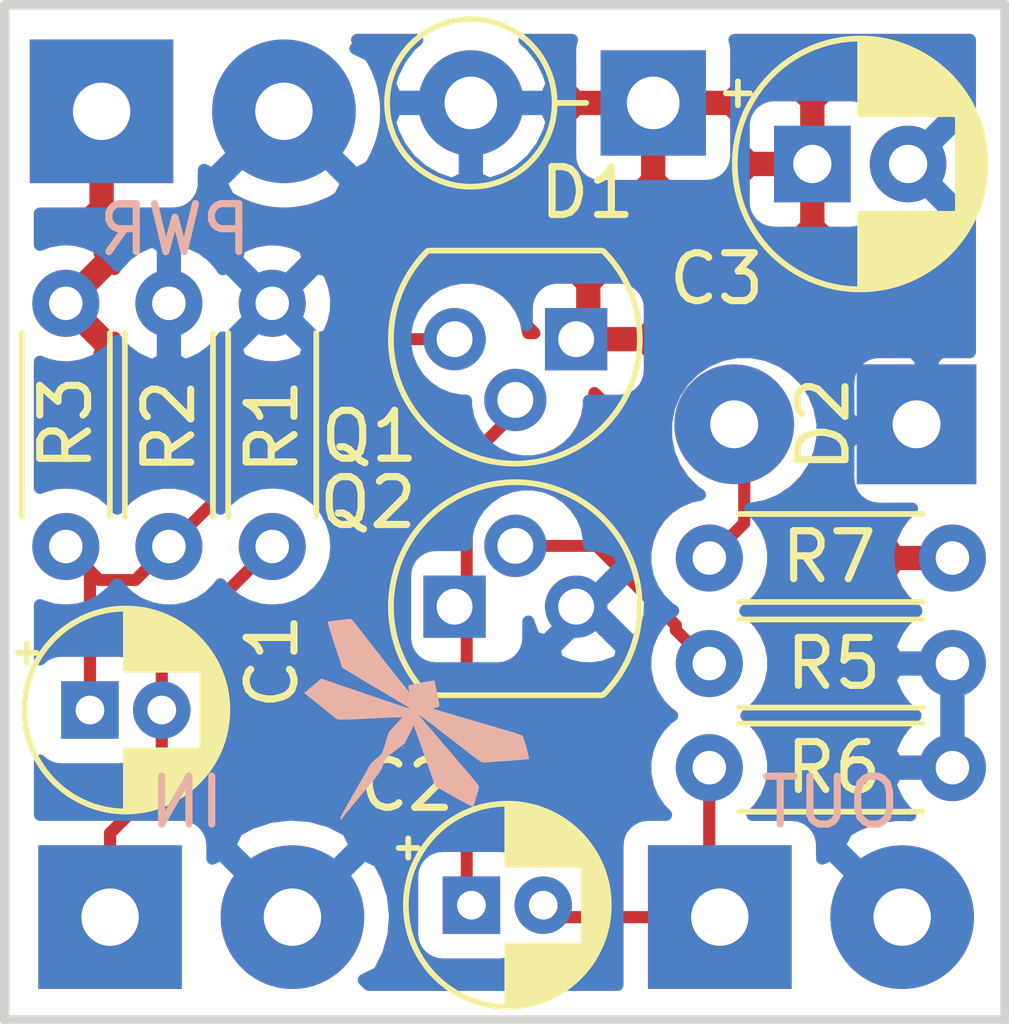
<source format=kicad_pcb>
(kicad_pcb (version 20171130) (host pcbnew "(5.1.0-0)")

  (general
    (thickness 1.6)
    (drawings 4)
    (tracks 31)
    (zones 0)
    (modules 17)
    (nets 9)
  )

  (page A4)
  (layers
    (0 F.Cu signal hide)
    (31 B.Cu signal hide)
    (32 B.Adhes user)
    (33 F.Adhes user)
    (34 B.Paste user)
    (35 F.Paste user)
    (36 B.SilkS user)
    (37 F.SilkS user)
    (38 B.Mask user)
    (39 F.Mask user)
    (40 Dwgs.User user)
    (41 Cmts.User user)
    (42 Eco1.User user)
    (43 Eco2.User user)
    (44 Edge.Cuts user)
    (45 Margin user)
    (46 B.CrtYd user hide)
    (47 F.CrtYd user)
    (48 B.Fab user hide)
    (49 F.Fab user hide)
  )

  (setup
    (last_trace_width 0.25)
    (user_trace_width 0.254)
    (trace_clearance 0.2)
    (zone_clearance 0.508)
    (zone_45_only no)
    (trace_min 0.2)
    (via_size 0.8)
    (via_drill 0.4)
    (via_min_size 0.4)
    (via_min_drill 0.3)
    (uvia_size 0.3)
    (uvia_drill 0.1)
    (uvias_allowed no)
    (uvia_min_size 0.2)
    (uvia_min_drill 0.1)
    (edge_width 0.05)
    (segment_width 0.2)
    (pcb_text_width 0.3)
    (pcb_text_size 1.5 1.5)
    (mod_edge_width 0.12)
    (mod_text_size 1 1)
    (mod_text_width 0.15)
    (pad_size 2.99974 2.99974)
    (pad_drill 1.19888)
    (pad_to_mask_clearance 0.051)
    (solder_mask_min_width 0.25)
    (aux_axis_origin 0 0)
    (grid_origin 53.34 116.84)
    (visible_elements FFFDFF7F)
    (pcbplotparams
      (layerselection 0x010fc_ffffffff)
      (usegerberextensions false)
      (usegerberattributes false)
      (usegerberadvancedattributes false)
      (creategerberjobfile false)
      (excludeedgelayer true)
      (linewidth 0.100000)
      (plotframeref false)
      (viasonmask false)
      (mode 1)
      (useauxorigin false)
      (hpglpennumber 1)
      (hpglpenspeed 20)
      (hpglpendiameter 15.000000)
      (psnegative false)
      (psa4output false)
      (plotreference true)
      (plotvalue true)
      (plotinvisibletext false)
      (padsonsilk false)
      (subtractmaskfromsilk false)
      (outputformat 1)
      (mirror false)
      (drillshape 1)
      (scaleselection 1)
      (outputdirectory ""))
  )

  (net 0 "")
  (net 1 "Net-(C1-Pad2)")
  (net 2 "Net-(C1-Pad1)")
  (net 3 "Net-(C2-Pad2)")
  (net 4 "Net-(C2-Pad1)")
  (net 5 GND)
  (net 6 PWR)
  (net 7 "Net-(D2-Pad2)")
  (net 8 "Net-(Q2-Pad2)")

  (net_class Default "This is the default net class."
    (clearance 0.2)
    (trace_width 0.25)
    (via_dia 0.8)
    (via_drill 0.4)
    (uvia_dia 0.3)
    (uvia_drill 0.1)
    (add_net GND)
    (add_net "Net-(C1-Pad1)")
    (add_net "Net-(C1-Pad2)")
    (add_net "Net-(C2-Pad1)")
    (add_net "Net-(C2-Pad2)")
    (add_net "Net-(D2-Pad2)")
    (add_net "Net-(Q2-Pad2)")
    (add_net PWR)
  )

  (module Connector_Wire:SolderWirePad_1x02_P3.81mm_Drill1mm (layer F.Cu) (tedit 5AEE5F04) (tstamp 5DFBFF4A)
    (at 72.39 104.394 180)
    (descr "Wire solder connection")
    (tags connector)
    (path /5DF55620)
    (attr virtual)
    (fp_text reference D2 (at 1.95 0 90) (layer F.SilkS)
      (effects (font (size 1 1) (thickness 0.15)))
    )
    (fp_text value LED (at 1.905 3.81 180) (layer F.Fab)
      (effects (font (size 1 1) (thickness 0.15)))
    )
    (fp_line (start 5.56 1.75) (end -1.74 1.75) (layer F.CrtYd) (width 0.05))
    (fp_line (start 5.56 1.75) (end 5.56 -1.75) (layer F.CrtYd) (width 0.05))
    (fp_line (start -1.74 -1.75) (end -1.74 1.75) (layer F.CrtYd) (width 0.05))
    (fp_line (start -1.74 -1.75) (end 5.56 -1.75) (layer F.CrtYd) (width 0.05))
    (fp_text user %R (at 1.905 0 -90) (layer F.Fab)
      (effects (font (size 1 1) (thickness 0.15)))
    )
    (pad 2 thru_hole circle (at 3.81 0 180) (size 2.49936 2.49936) (drill 1.00076) (layers *.Cu *.Mask)
      (net 7 "Net-(D2-Pad2)"))
    (pad 1 thru_hole rect (at 0 0 180) (size 2.49936 2.49936) (drill 1.00076) (layers *.Cu *.Mask)
      (net 5 GND))
  )

  (module tst:Bluet (layer B.Cu) (tedit 0) (tstamp 5DFD206E)
    (at 61.722 110.49 180)
    (fp_text reference G*** (at 0 0 180) (layer B.SilkS) hide
      (effects (font (size 1.524 1.524) (thickness 0.3)) (justify mirror))
    )
    (fp_text value LOGO (at 0.75 0 180) (layer B.SilkS) hide
      (effects (font (size 1.524 1.524) (thickness 0.3)) (justify mirror))
    )
    (fp_poly (pts (xy 0.067734 -0.651933) (xy 0.059267 -0.6604) (xy 0.0508 -0.651933) (xy 0.059267 -0.643467)
      (xy 0.067734 -0.651933)) (layer B.SilkS) (width 0.01))
    (fp_poly (pts (xy 1.193118 2.025865) (xy 1.231063 2.020507) (xy 1.293173 2.012762) (xy 1.369931 2.003784)
      (xy 1.430867 1.996994) (xy 1.507083 1.987891) (xy 1.570525 1.978818) (xy 1.613809 1.970925)
      (xy 1.629162 1.966073) (xy 1.627085 1.947927) (xy 1.615349 1.901793) (xy 1.595177 1.831752)
      (xy 1.567793 1.741888) (xy 1.534419 1.636282) (xy 1.496279 1.519018) (xy 1.48493 1.484703)
      (xy 1.328671 1.013956) (xy 1.032635 0.834805) (xy 0.938787 0.778129) (xy 0.851113 0.7254)
      (xy 0.775118 0.679914) (xy 0.71631 0.644963) (xy 0.680195 0.623844) (xy 0.677334 0.622218)
      (xy 0.623033 0.591076) (xy 0.549553 0.548218) (xy 0.46262 0.497057) (xy 0.367959 0.441004)
      (xy 0.271298 0.383473) (xy 0.178361 0.327874) (xy 0.094877 0.277619) (xy 0.02657 0.236121)
      (xy -0.020834 0.206792) (xy -0.033866 0.198443) (xy -0.073933 0.170551) (xy -0.08611 0.157148)
      (xy -0.072069 0.15619) (xy -0.067733 0.157008) (xy -0.045637 0.163636) (xy 0.004902 0.180002)
      (xy 0.080282 0.204887) (xy 0.1769 0.237073) (xy 0.291153 0.27534) (xy 0.41944 0.31847)
      (xy 0.558158 0.365243) (xy 0.703704 0.414443) (xy 0.852476 0.464848) (xy 1.000872 0.515241)
      (xy 1.145288 0.564403) (xy 1.282124 0.611115) (xy 1.407777 0.654158) (xy 1.518643 0.692314)
      (xy 1.611121 0.724363) (xy 1.666138 0.743622) (xy 1.765943 0.778787) (xy 1.877805 0.686169)
      (xy 1.93934 0.63496) (xy 1.999908 0.584127) (xy 2.047923 0.543399) (xy 2.054125 0.538076)
      (xy 2.118583 0.4826) (xy 1.802787 0.2286) (xy 1.712091 0.155738) (xy 1.628463 0.088717)
      (xy 1.556087 0.030878) (xy 1.499149 -0.014439) (xy 1.461832 -0.043893) (xy 1.450462 -0.052665)
      (xy 1.439095 -0.059458) (xy 1.423116 -0.064667) (xy 1.399259 -0.068261) (xy 1.364255 -0.07021)
      (xy 1.314837 -0.070486) (xy 1.247739 -0.069058) (xy 1.159693 -0.065896) (xy 1.047432 -0.060972)
      (xy 0.907689 -0.054255) (xy 0.748617 -0.046293) (xy 0.601924 -0.039106) (xy 0.46599 -0.032888)
      (xy 0.344486 -0.027775) (xy 0.241088 -0.0239) (xy 0.159468 -0.021398) (xy 0.103299 -0.020406)
      (xy 0.076257 -0.021057) (xy 0.074409 -0.021546) (xy 0.082091 -0.036289) (xy 0.109509 -0.070054)
      (xy 0.152426 -0.117942) (xy 0.206606 -0.175053) (xy 0.21114 -0.179709) (xy 0.275739 -0.247476)
      (xy 0.320421 -0.299208) (xy 0.350116 -0.341883) (xy 0.369754 -0.382479) (xy 0.382825 -0.422724)
      (xy 0.412364 -0.524912) (xy 0.44193 -0.620008) (xy 0.469109 -0.700687) (xy 0.491487 -0.759625)
      (xy 0.500263 -0.778933) (xy 0.524301 -0.809823) (xy 0.567291 -0.851245) (xy 0.620244 -0.894595)
      (xy 0.624074 -0.897467) (xy 0.701692 -0.964424) (xy 0.758839 -1.037659) (xy 0.780574 -1.075267)
      (xy 0.817526 -1.143348) (xy 0.861745 -1.223148) (xy 0.902529 -1.2954) (xy 0.946186 -1.371862)
      (xy 0.99392 -1.455587) (xy 1.032866 -1.524) (xy 1.063531 -1.577926) (xy 1.106236 -1.653021)
      (xy 1.156277 -1.741016) (xy 1.208952 -1.833641) (xy 1.233527 -1.876854) (xy 1.287981 -1.973179)
      (xy 1.327004 -2.044081) (xy 1.352279 -2.093363) (xy 1.365491 -2.124827) (xy 1.368321 -2.142274)
      (xy 1.362453 -2.149507) (xy 1.354667 -2.150533) (xy 1.338077 -2.140766) (xy 1.337583 -2.137833)
      (xy 1.327273 -2.119612) (xy 1.300225 -2.083359) (xy 1.262026 -2.03651) (xy 1.25715 -2.030755)
      (xy 1.220995 -1.98778) (xy 1.168301 -1.924519) (xy 1.103979 -1.846896) (xy 1.032935 -1.760838)
      (xy 0.96008 -1.672266) (xy 0.956733 -1.668189) (xy 0.881821 -1.577077) (xy 0.806525 -1.48577)
      (xy 0.736328 -1.400896) (xy 0.67671 -1.329084) (xy 0.633734 -1.27765) (xy 0.567233 -1.191185)
      (xy 0.519352 -1.109085) (xy 0.483253 -1.02215) (xy 0.462314 -0.96538) (xy 0.442675 -0.921057)
      (xy 0.419575 -0.883742) (xy 0.388254 -0.847992) (xy 0.343951 -0.808366) (xy 0.281906 -0.759425)
      (xy 0.198232 -0.696379) (xy 0.032397 -0.572251) (xy -0.065343 -0.377316) (xy -0.163083 -0.18238)
      (xy -0.265584 -0.467957) (xy -0.304539 -0.576972) (xy -0.350722 -0.70699) (xy -0.400249 -0.847025)
      (xy -0.449232 -0.986089) (xy -0.492461 -1.109404) (xy -0.616837 -1.465274) (xy -1.003946 -1.682465)
      (xy -1.10776 -1.740254) (xy -1.20166 -1.791654) (xy -1.281697 -1.834572) (xy -1.343919 -1.866916)
      (xy -1.384377 -1.886596) (xy -1.399043 -1.891668) (xy -1.4076 -1.872275) (xy -1.422912 -1.828096)
      (xy -1.442607 -1.766959) (xy -1.464315 -1.696692) (xy -1.485667 -1.625123) (xy -1.504293 -1.56008)
      (xy -1.517821 -1.509392) (xy -1.523881 -1.480886) (xy -1.524 -1.478973) (xy -1.513623 -1.456013)
      (xy -1.48592 -1.415056) (xy -1.446028 -1.363449) (xy -1.427798 -1.341457) (xy -1.377381 -1.281988)
      (xy -1.319098 -1.213505) (xy -1.257063 -1.14081) (xy -1.195391 -1.068706) (xy -1.138196 -1.001999)
      (xy -1.089593 -0.945491) (xy -1.053697 -0.903985) (xy -1.034623 -0.882285) (xy -1.03298 -0.880533)
      (xy -1.018845 -0.864497) (xy -0.988563 -0.829109) (xy -0.947759 -0.780954) (xy -0.931777 -0.762)
      (xy -0.888485 -0.710876) (xy -0.853581 -0.670185) (xy -0.83274 -0.646523) (xy -0.829799 -0.643467)
      (xy -0.815242 -0.627214) (xy -0.785082 -0.591821) (xy -0.745258 -0.544274) (xy -0.736225 -0.5334)
      (xy -0.693644 -0.482653) (xy -0.63568 -0.414374) (xy -0.569175 -0.336585) (xy -0.50097 -0.257306)
      (xy -0.48348 -0.237067) (xy -0.408752 -0.15066) (xy -0.353411 -0.086435) (xy -0.314713 -0.040939)
      (xy -0.289913 -0.010719) (xy -0.276266 0.007677) (xy -0.271026 0.017701) (xy -0.271449 0.022806)
      (xy -0.274332 0.025976) (xy -0.289725 0.018777) (xy -0.327435 -0.006482) (xy -0.383279 -0.046775)
      (xy -0.453075 -0.099072) (xy -0.532639 -0.160347) (xy -0.54375 -0.169025) (xy -0.645039 -0.24798)
      (xy -0.75658 -0.334467) (xy -0.868229 -0.420651) (xy -0.969844 -0.498693) (xy -1.024466 -0.5404)
      (xy -1.115647 -0.610218) (xy -1.213117 -0.685559) (xy -1.306745 -0.75855) (xy -1.386401 -0.821317)
      (xy -1.405466 -0.836503) (xy -1.491413 -0.901964) (xy -1.556688 -0.944578) (xy -1.600127 -0.963611)
      (xy -1.608667 -0.964613) (xy -1.650633 -0.963125) (xy -1.716868 -0.959523) (xy -1.802155 -0.954199)
      (xy -1.901279 -0.947543) (xy -2.009026 -0.939944) (xy -2.12018 -0.931793) (xy -2.229526 -0.923481)
      (xy -2.331849 -0.915398) (xy -2.421934 -0.907934) (xy -2.494565 -0.901479) (xy -2.544528 -0.896424)
      (xy -2.566608 -0.893158) (xy -2.567165 -0.89288) (xy -2.566777 -0.873508) (xy -2.558088 -0.829)
      (xy -2.543092 -0.766481) (xy -2.523785 -0.69308) (xy -2.502161 -0.615923) (xy -2.480215 -0.542136)
      (xy -2.459942 -0.478847) (xy -2.443336 -0.433183) (xy -2.432735 -0.41258) (xy -2.410174 -0.401293)
      (xy -2.361238 -0.383056) (xy -2.292172 -0.360003) (xy -2.209227 -0.33427) (xy -2.167466 -0.321927)
      (xy -2.064098 -0.291782) (xy -1.955991 -0.260133) (xy -1.854892 -0.230427) (xy -1.772544 -0.206107)
      (xy -1.761066 -0.202701) (xy -1.685445 -0.180327) (xy -1.588191 -0.151689) (xy -1.480187 -0.119984)
      (xy -1.372319 -0.088411) (xy -1.337733 -0.07831) (xy -1.143846 -0.021646) (xy -0.980715 0.026214)
      (xy -0.846544 0.065809) (xy -0.739539 0.097678) (xy -0.657903 0.122361) (xy -0.59984 0.140397)
      (xy -0.563554 0.152326) (xy -0.547251 0.158686) (xy -0.546105 0.159451) (xy -0.556579 0.165957)
      (xy -0.591475 0.17423) (xy -0.616515 0.178453) (xy -0.664932 0.18826) (xy -0.688008 0.202111)
      (xy -0.694241 0.225404) (xy -0.694267 0.227853) (xy -0.690958 0.256825) (xy -0.682027 0.309482)
      (xy -0.668969 0.378651) (xy -0.653278 0.457159) (xy -0.636449 0.537834) (xy -0.619976 0.613505)
      (xy -0.605353 0.676998) (xy -0.594075 0.721142) (xy -0.587847 0.738597) (xy -0.569792 0.737931)
      (xy -0.525516 0.731531) (xy -0.461921 0.720733) (xy -0.385907 0.706872) (xy -0.304374 0.691283)
      (xy -0.224225 0.675301) (xy -0.152358 0.660261) (xy -0.095676 0.647498) (xy -0.061077 0.638348)
      (xy -0.053918 0.635296) (xy -0.05304 0.61581) (xy -0.059664 0.575532) (xy -0.064335 0.555175)
      (xy -0.082298 0.4826) (xy -0.022708 0.550333) (xy -0.001463 0.575946) (xy 0.038112 0.625098)
      (xy 0.093526 0.694618) (xy 0.162286 0.781336) (xy 0.241902 0.882081) (xy 0.329879 0.993683)
      (xy 0.423728 1.112971) (xy 0.520956 1.236776) (xy 0.61907 1.361926) (xy 0.71558 1.485251)
      (xy 0.807993 1.60358) (xy 0.893817 1.713744) (xy 0.970561 1.812571) (xy 1.035732 1.896892)
      (xy 1.039655 1.901985) (xy 1.087361 1.962806) (xy 1.120818 2.000952) (xy 1.145785 2.021072)
      (xy 1.168023 2.027817) (xy 1.193118 2.025865)) (layer B.SilkS) (width 0.01))
  )

  (module Connector_Wire:SolderWirePad_1x02_P3.81mm_Drill1.2mm (layer F.Cu) (tedit 5AEE5EF3) (tstamp 5DFBF04A)
    (at 55.363 97.856)
    (descr "Wire solder connection")
    (tags connector)
    (path /5DF8E3BD)
    (attr virtual)
    (fp_text reference PWR (at 1.533 2.474) (layer B.SilkS)
      (effects (font (size 1 1) (thickness 0.15)) (justify mirror))
    )
    (fp_text value 9V (at 1.905 3.81) (layer F.Fab)
      (effects (font (size 1 1) (thickness 0.15)))
    )
    (fp_line (start 5.81 2) (end -1.99 2) (layer F.CrtYd) (width 0.05))
    (fp_line (start 5.81 2) (end 5.81 -2) (layer F.CrtYd) (width 0.05))
    (fp_line (start -1.99 -2) (end -1.99 2) (layer F.CrtYd) (width 0.05))
    (fp_line (start -1.99 -2) (end 5.81 -2) (layer F.CrtYd) (width 0.05))
    (fp_text user %R (at 1.905 0) (layer F.Fab)
      (effects (font (size 1 1) (thickness 0.15)))
    )
    (pad 2 thru_hole circle (at 3.81 0) (size 2.99974 2.99974) (drill 1.19888) (layers *.Cu *.Mask)
      (net 5 GND))
    (pad 1 thru_hole rect (at 0 0) (size 2.99974 2.99974) (drill 1.19888) (layers *.Cu *.Mask)
      (net 6 PWR))
  )

  (module Connector_Wire:SolderWirePad_1x02_P3.81mm_Drill1.2mm (layer F.Cu) (tedit 5DFBD09C) (tstamp 5DFBFF68)
    (at 68.28 114.69)
    (descr "Wire solder connection")
    (tags connector)
    (path /5DF8383C)
    (attr virtual)
    (fp_text reference OUT (at 2.31 -2.4) (layer B.SilkS)
      (effects (font (size 1 1) (thickness 0.15)) (justify mirror))
    )
    (fp_text value Out (at 1.905 3.81) (layer F.Fab)
      (effects (font (size 1 1) (thickness 0.15)))
    )
    (fp_line (start 5.81 2) (end -1.99 2) (layer F.CrtYd) (width 0.05))
    (fp_line (start 5.81 2) (end 5.81 -2) (layer F.CrtYd) (width 0.05))
    (fp_line (start -1.99 -2) (end -1.99 2) (layer F.CrtYd) (width 0.05))
    (fp_line (start -1.99 -2) (end 5.81 -2) (layer F.CrtYd) (width 0.05))
    (fp_text user %R (at 1.905 0) (layer F.Fab)
      (effects (font (size 1 1) (thickness 0.15)))
    )
    (pad 2 thru_hole circle (at 3.81 0) (size 2.99974 2.99974) (drill 1.19888) (layers *.Cu *.Mask)
      (net 5 GND))
    (pad 1 thru_hole rect (at 0 0) (size 2.99974 2.99974) (drill 1.19888) (layers *.Cu *.Mask)
      (net 3 "Net-(C2-Pad2)"))
  )

  (module Connector_Wire:SolderWirePad_1x02_P3.81mm_Drill1.2mm (layer F.Cu) (tedit 5DFBD059) (tstamp 5DFBF034)
    (at 55.54 114.69)
    (descr "Wire solder connection")
    (tags connector)
    (path /5DF793B5)
    (attr virtual)
    (fp_text reference IN (at 1.6 -2.4) (layer B.SilkS)
      (effects (font (size 1 1) (thickness 0.15)) (justify mirror))
    )
    (fp_text value In (at 1.905 3.81) (layer F.Fab)
      (effects (font (size 1 1) (thickness 0.15)))
    )
    (fp_line (start 5.81 2) (end -1.99 2) (layer F.CrtYd) (width 0.05))
    (fp_line (start 5.81 2) (end 5.81 -2) (layer F.CrtYd) (width 0.05))
    (fp_line (start -1.99 -2) (end -1.99 2) (layer F.CrtYd) (width 0.05))
    (fp_line (start -1.99 -2) (end 5.81 -2) (layer F.CrtYd) (width 0.05))
    (fp_text user %R (at 1.905 0) (layer F.Fab)
      (effects (font (size 1 1) (thickness 0.15)))
    )
    (pad 2 thru_hole circle (at 3.81 0) (size 2.99974 2.99974) (drill 1.19888) (layers *.Cu *.Mask)
      (net 5 GND))
    (pad 1 thru_hole rect (at 0 0) (size 2.99974 2.99974) (drill 1.19888) (layers *.Cu *.Mask)
      (net 1 "Net-(C1-Pad2)"))
  )

  (module Capacitor_THT:CP_Radial_D5.0mm_P2.00mm (layer F.Cu) (tedit 5AE50EF0) (tstamp 5DFC00A0)
    (at 70.213 98.956)
    (descr "CP, Radial series, Radial, pin pitch=2.00mm, , diameter=5mm, Electrolytic Capacitor")
    (tags "CP Radial series Radial pin pitch 2.00mm  diameter 5mm Electrolytic Capacitor")
    (path /5DF4CB98)
    (fp_text reference C3 (at -2 2.4) (layer F.SilkS)
      (effects (font (size 1 1) (thickness 0.15)))
    )
    (fp_text value 47u (at 2.5 4.25) (layer F.Fab)
      (effects (font (size 1 1) (thickness 0.15)))
    )
    (fp_text user %R (at 2.5 0) (layer F.Fab)
      (effects (font (size 1 1) (thickness 0.15)))
    )
    (fp_line (start -1.554775 -1.725) (end -1.554775 -1.225) (layer F.SilkS) (width 0.12))
    (fp_line (start -1.804775 -1.475) (end -1.304775 -1.475) (layer F.SilkS) (width 0.12))
    (fp_line (start 3.601 -0.284) (end 3.601 0.284) (layer F.SilkS) (width 0.12))
    (fp_line (start 3.561 -0.518) (end 3.561 0.518) (layer F.SilkS) (width 0.12))
    (fp_line (start 3.521 -0.677) (end 3.521 0.677) (layer F.SilkS) (width 0.12))
    (fp_line (start 3.481 -0.805) (end 3.481 0.805) (layer F.SilkS) (width 0.12))
    (fp_line (start 3.441 -0.915) (end 3.441 0.915) (layer F.SilkS) (width 0.12))
    (fp_line (start 3.401 -1.011) (end 3.401 1.011) (layer F.SilkS) (width 0.12))
    (fp_line (start 3.361 -1.098) (end 3.361 1.098) (layer F.SilkS) (width 0.12))
    (fp_line (start 3.321 -1.178) (end 3.321 1.178) (layer F.SilkS) (width 0.12))
    (fp_line (start 3.281 -1.251) (end 3.281 1.251) (layer F.SilkS) (width 0.12))
    (fp_line (start 3.241 -1.319) (end 3.241 1.319) (layer F.SilkS) (width 0.12))
    (fp_line (start 3.201 -1.383) (end 3.201 1.383) (layer F.SilkS) (width 0.12))
    (fp_line (start 3.161 -1.443) (end 3.161 1.443) (layer F.SilkS) (width 0.12))
    (fp_line (start 3.121 -1.5) (end 3.121 1.5) (layer F.SilkS) (width 0.12))
    (fp_line (start 3.081 -1.554) (end 3.081 1.554) (layer F.SilkS) (width 0.12))
    (fp_line (start 3.041 -1.605) (end 3.041 1.605) (layer F.SilkS) (width 0.12))
    (fp_line (start 3.001 1.04) (end 3.001 1.653) (layer F.SilkS) (width 0.12))
    (fp_line (start 3.001 -1.653) (end 3.001 -1.04) (layer F.SilkS) (width 0.12))
    (fp_line (start 2.961 1.04) (end 2.961 1.699) (layer F.SilkS) (width 0.12))
    (fp_line (start 2.961 -1.699) (end 2.961 -1.04) (layer F.SilkS) (width 0.12))
    (fp_line (start 2.921 1.04) (end 2.921 1.743) (layer F.SilkS) (width 0.12))
    (fp_line (start 2.921 -1.743) (end 2.921 -1.04) (layer F.SilkS) (width 0.12))
    (fp_line (start 2.881 1.04) (end 2.881 1.785) (layer F.SilkS) (width 0.12))
    (fp_line (start 2.881 -1.785) (end 2.881 -1.04) (layer F.SilkS) (width 0.12))
    (fp_line (start 2.841 1.04) (end 2.841 1.826) (layer F.SilkS) (width 0.12))
    (fp_line (start 2.841 -1.826) (end 2.841 -1.04) (layer F.SilkS) (width 0.12))
    (fp_line (start 2.801 1.04) (end 2.801 1.864) (layer F.SilkS) (width 0.12))
    (fp_line (start 2.801 -1.864) (end 2.801 -1.04) (layer F.SilkS) (width 0.12))
    (fp_line (start 2.761 1.04) (end 2.761 1.901) (layer F.SilkS) (width 0.12))
    (fp_line (start 2.761 -1.901) (end 2.761 -1.04) (layer F.SilkS) (width 0.12))
    (fp_line (start 2.721 1.04) (end 2.721 1.937) (layer F.SilkS) (width 0.12))
    (fp_line (start 2.721 -1.937) (end 2.721 -1.04) (layer F.SilkS) (width 0.12))
    (fp_line (start 2.681 1.04) (end 2.681 1.971) (layer F.SilkS) (width 0.12))
    (fp_line (start 2.681 -1.971) (end 2.681 -1.04) (layer F.SilkS) (width 0.12))
    (fp_line (start 2.641 1.04) (end 2.641 2.004) (layer F.SilkS) (width 0.12))
    (fp_line (start 2.641 -2.004) (end 2.641 -1.04) (layer F.SilkS) (width 0.12))
    (fp_line (start 2.601 1.04) (end 2.601 2.035) (layer F.SilkS) (width 0.12))
    (fp_line (start 2.601 -2.035) (end 2.601 -1.04) (layer F.SilkS) (width 0.12))
    (fp_line (start 2.561 1.04) (end 2.561 2.065) (layer F.SilkS) (width 0.12))
    (fp_line (start 2.561 -2.065) (end 2.561 -1.04) (layer F.SilkS) (width 0.12))
    (fp_line (start 2.521 1.04) (end 2.521 2.095) (layer F.SilkS) (width 0.12))
    (fp_line (start 2.521 -2.095) (end 2.521 -1.04) (layer F.SilkS) (width 0.12))
    (fp_line (start 2.481 1.04) (end 2.481 2.122) (layer F.SilkS) (width 0.12))
    (fp_line (start 2.481 -2.122) (end 2.481 -1.04) (layer F.SilkS) (width 0.12))
    (fp_line (start 2.441 1.04) (end 2.441 2.149) (layer F.SilkS) (width 0.12))
    (fp_line (start 2.441 -2.149) (end 2.441 -1.04) (layer F.SilkS) (width 0.12))
    (fp_line (start 2.401 1.04) (end 2.401 2.175) (layer F.SilkS) (width 0.12))
    (fp_line (start 2.401 -2.175) (end 2.401 -1.04) (layer F.SilkS) (width 0.12))
    (fp_line (start 2.361 1.04) (end 2.361 2.2) (layer F.SilkS) (width 0.12))
    (fp_line (start 2.361 -2.2) (end 2.361 -1.04) (layer F.SilkS) (width 0.12))
    (fp_line (start 2.321 1.04) (end 2.321 2.224) (layer F.SilkS) (width 0.12))
    (fp_line (start 2.321 -2.224) (end 2.321 -1.04) (layer F.SilkS) (width 0.12))
    (fp_line (start 2.281 1.04) (end 2.281 2.247) (layer F.SilkS) (width 0.12))
    (fp_line (start 2.281 -2.247) (end 2.281 -1.04) (layer F.SilkS) (width 0.12))
    (fp_line (start 2.241 1.04) (end 2.241 2.268) (layer F.SilkS) (width 0.12))
    (fp_line (start 2.241 -2.268) (end 2.241 -1.04) (layer F.SilkS) (width 0.12))
    (fp_line (start 2.201 1.04) (end 2.201 2.29) (layer F.SilkS) (width 0.12))
    (fp_line (start 2.201 -2.29) (end 2.201 -1.04) (layer F.SilkS) (width 0.12))
    (fp_line (start 2.161 1.04) (end 2.161 2.31) (layer F.SilkS) (width 0.12))
    (fp_line (start 2.161 -2.31) (end 2.161 -1.04) (layer F.SilkS) (width 0.12))
    (fp_line (start 2.121 1.04) (end 2.121 2.329) (layer F.SilkS) (width 0.12))
    (fp_line (start 2.121 -2.329) (end 2.121 -1.04) (layer F.SilkS) (width 0.12))
    (fp_line (start 2.081 1.04) (end 2.081 2.348) (layer F.SilkS) (width 0.12))
    (fp_line (start 2.081 -2.348) (end 2.081 -1.04) (layer F.SilkS) (width 0.12))
    (fp_line (start 2.041 1.04) (end 2.041 2.365) (layer F.SilkS) (width 0.12))
    (fp_line (start 2.041 -2.365) (end 2.041 -1.04) (layer F.SilkS) (width 0.12))
    (fp_line (start 2.001 1.04) (end 2.001 2.382) (layer F.SilkS) (width 0.12))
    (fp_line (start 2.001 -2.382) (end 2.001 -1.04) (layer F.SilkS) (width 0.12))
    (fp_line (start 1.961 1.04) (end 1.961 2.398) (layer F.SilkS) (width 0.12))
    (fp_line (start 1.961 -2.398) (end 1.961 -1.04) (layer F.SilkS) (width 0.12))
    (fp_line (start 1.921 1.04) (end 1.921 2.414) (layer F.SilkS) (width 0.12))
    (fp_line (start 1.921 -2.414) (end 1.921 -1.04) (layer F.SilkS) (width 0.12))
    (fp_line (start 1.881 1.04) (end 1.881 2.428) (layer F.SilkS) (width 0.12))
    (fp_line (start 1.881 -2.428) (end 1.881 -1.04) (layer F.SilkS) (width 0.12))
    (fp_line (start 1.841 1.04) (end 1.841 2.442) (layer F.SilkS) (width 0.12))
    (fp_line (start 1.841 -2.442) (end 1.841 -1.04) (layer F.SilkS) (width 0.12))
    (fp_line (start 1.801 1.04) (end 1.801 2.455) (layer F.SilkS) (width 0.12))
    (fp_line (start 1.801 -2.455) (end 1.801 -1.04) (layer F.SilkS) (width 0.12))
    (fp_line (start 1.761 1.04) (end 1.761 2.468) (layer F.SilkS) (width 0.12))
    (fp_line (start 1.761 -2.468) (end 1.761 -1.04) (layer F.SilkS) (width 0.12))
    (fp_line (start 1.721 1.04) (end 1.721 2.48) (layer F.SilkS) (width 0.12))
    (fp_line (start 1.721 -2.48) (end 1.721 -1.04) (layer F.SilkS) (width 0.12))
    (fp_line (start 1.68 1.04) (end 1.68 2.491) (layer F.SilkS) (width 0.12))
    (fp_line (start 1.68 -2.491) (end 1.68 -1.04) (layer F.SilkS) (width 0.12))
    (fp_line (start 1.64 1.04) (end 1.64 2.501) (layer F.SilkS) (width 0.12))
    (fp_line (start 1.64 -2.501) (end 1.64 -1.04) (layer F.SilkS) (width 0.12))
    (fp_line (start 1.6 1.04) (end 1.6 2.511) (layer F.SilkS) (width 0.12))
    (fp_line (start 1.6 -2.511) (end 1.6 -1.04) (layer F.SilkS) (width 0.12))
    (fp_line (start 1.56 1.04) (end 1.56 2.52) (layer F.SilkS) (width 0.12))
    (fp_line (start 1.56 -2.52) (end 1.56 -1.04) (layer F.SilkS) (width 0.12))
    (fp_line (start 1.52 1.04) (end 1.52 2.528) (layer F.SilkS) (width 0.12))
    (fp_line (start 1.52 -2.528) (end 1.52 -1.04) (layer F.SilkS) (width 0.12))
    (fp_line (start 1.48 1.04) (end 1.48 2.536) (layer F.SilkS) (width 0.12))
    (fp_line (start 1.48 -2.536) (end 1.48 -1.04) (layer F.SilkS) (width 0.12))
    (fp_line (start 1.44 1.04) (end 1.44 2.543) (layer F.SilkS) (width 0.12))
    (fp_line (start 1.44 -2.543) (end 1.44 -1.04) (layer F.SilkS) (width 0.12))
    (fp_line (start 1.4 1.04) (end 1.4 2.55) (layer F.SilkS) (width 0.12))
    (fp_line (start 1.4 -2.55) (end 1.4 -1.04) (layer F.SilkS) (width 0.12))
    (fp_line (start 1.36 1.04) (end 1.36 2.556) (layer F.SilkS) (width 0.12))
    (fp_line (start 1.36 -2.556) (end 1.36 -1.04) (layer F.SilkS) (width 0.12))
    (fp_line (start 1.32 1.04) (end 1.32 2.561) (layer F.SilkS) (width 0.12))
    (fp_line (start 1.32 -2.561) (end 1.32 -1.04) (layer F.SilkS) (width 0.12))
    (fp_line (start 1.28 1.04) (end 1.28 2.565) (layer F.SilkS) (width 0.12))
    (fp_line (start 1.28 -2.565) (end 1.28 -1.04) (layer F.SilkS) (width 0.12))
    (fp_line (start 1.24 1.04) (end 1.24 2.569) (layer F.SilkS) (width 0.12))
    (fp_line (start 1.24 -2.569) (end 1.24 -1.04) (layer F.SilkS) (width 0.12))
    (fp_line (start 1.2 1.04) (end 1.2 2.573) (layer F.SilkS) (width 0.12))
    (fp_line (start 1.2 -2.573) (end 1.2 -1.04) (layer F.SilkS) (width 0.12))
    (fp_line (start 1.16 1.04) (end 1.16 2.576) (layer F.SilkS) (width 0.12))
    (fp_line (start 1.16 -2.576) (end 1.16 -1.04) (layer F.SilkS) (width 0.12))
    (fp_line (start 1.12 1.04) (end 1.12 2.578) (layer F.SilkS) (width 0.12))
    (fp_line (start 1.12 -2.578) (end 1.12 -1.04) (layer F.SilkS) (width 0.12))
    (fp_line (start 1.08 1.04) (end 1.08 2.579) (layer F.SilkS) (width 0.12))
    (fp_line (start 1.08 -2.579) (end 1.08 -1.04) (layer F.SilkS) (width 0.12))
    (fp_line (start 1.04 -2.58) (end 1.04 -1.04) (layer F.SilkS) (width 0.12))
    (fp_line (start 1.04 1.04) (end 1.04 2.58) (layer F.SilkS) (width 0.12))
    (fp_line (start 1 -2.58) (end 1 -1.04) (layer F.SilkS) (width 0.12))
    (fp_line (start 1 1.04) (end 1 2.58) (layer F.SilkS) (width 0.12))
    (fp_line (start -0.883605 -1.3375) (end -0.883605 -0.8375) (layer F.Fab) (width 0.1))
    (fp_line (start -1.133605 -1.0875) (end -0.633605 -1.0875) (layer F.Fab) (width 0.1))
    (fp_circle (center 1 0) (end 3.75 0) (layer F.CrtYd) (width 0.05))
    (fp_circle (center 1 0) (end 3.62 0) (layer F.SilkS) (width 0.12))
    (fp_circle (center 1 0) (end 3.5 0) (layer F.Fab) (width 0.1))
    (pad 2 thru_hole circle (at 2 0) (size 1.6 1.6) (drill 0.8) (layers *.Cu *.Mask)
      (net 5 GND))
    (pad 1 thru_hole rect (at 0 0) (size 1.6 1.6) (drill 0.8) (layers *.Cu *.Mask)
      (net 6 PWR))
    (model ${KISYS3DMOD}/Capacitor_THT.3dshapes/CP_Radial_D5.0mm_P2.00mm.wrl
      (at (xyz 0 0 0))
      (scale (xyz 1 1 1))
      (rotate (xyz 0 0 0))
    )
  )

  (module Diode_THT:D_DO-41_SOD81_P3.81mm_Vertical_KathodeUp (layer F.Cu) (tedit 5B526DD3) (tstamp 5DF3BE84)
    (at 66.888 97.681 180)
    (descr "Diode, DO-41_SOD81 series, Axial, Vertical, pin pitch=3.81mm, , length*diameter=5.2*2.7mm^2, , https://www.diodes.com/assets/Package-Files/DO-41-Plastic.pdf")
    (tags "Diode DO-41_SOD81 series Axial Vertical pin pitch 3.81mm  length 5.2mm diameter 2.7mm")
    (path /5DF4A536)
    (fp_text reference D1 (at 1.375 -1.875 180) (layer F.SilkS)
      (effects (font (size 1 1) (thickness 0.15)))
    )
    (fp_text value 1N4003 (at 3.81 2.47 180) (layer F.Fab)
      (effects (font (size 1 1) (thickness 0.15)))
    )
    (fp_text user K (at 1.8 1.1 180) (layer F.Fab)
      (effects (font (size 1 1) (thickness 0.15)))
    )
    (fp_text user K (at 1.8 1.1 180) (layer F.Fab)
      (effects (font (size 1 1) (thickness 0.15)))
    )
    (fp_text user %R (at 4.2 0 180) (layer F.Fab)
      (effects (font (size 1 1) (thickness 0.15)))
    )
    (fp_line (start 5.41 -1.6) (end -1.35 -1.6) (layer F.CrtYd) (width 0.05))
    (fp_line (start 5.41 1.6) (end 5.41 -1.6) (layer F.CrtYd) (width 0.05))
    (fp_line (start -1.35 1.6) (end 5.41 1.6) (layer F.CrtYd) (width 0.05))
    (fp_line (start -1.35 -1.6) (end -1.35 1.6) (layer F.CrtYd) (width 0.05))
    (fp_line (start 2.059365 0) (end 1.4 0) (layer F.SilkS) (width 0.12))
    (fp_line (start 0 0) (end 3.81 0) (layer F.Fab) (width 0.1))
    (fp_circle (center 3.81 0) (end 5.560635 0) (layer F.SilkS) (width 0.12))
    (fp_circle (center 3.81 0) (end 5.16 0) (layer F.Fab) (width 0.1))
    (pad 2 thru_hole oval (at 3.81 0 180) (size 2.2 2.2) (drill 1.1) (layers *.Cu *.Mask)
      (net 5 GND))
    (pad 1 thru_hole rect (at 0 0 180) (size 2.2 2.2) (drill 1.1) (layers *.Cu *.Mask)
      (net 6 PWR))
    (model ${KISYS3DMOD}/Diode_THT.3dshapes/D_DO-41_SOD81_P3.81mm_Vertical_KathodeUp.wrl
      (at (xyz 0 0 0))
      (scale (xyz 1 1 1))
      (rotate (xyz 0 0 0))
    )
  )

  (module Resistor_THT:R_Axial_DIN0204_L3.6mm_D1.6mm_P5.08mm_Horizontal locked (layer F.Cu) (tedit 5AE5139B) (tstamp 5DF33C8B)
    (at 58.928 101.867 270)
    (descr "Resistor, Axial_DIN0204 series, Axial, Horizontal, pin pitch=5.08mm, 0.167W, length*diameter=3.6*1.6mm^2, http://cdn-reichelt.de/documents/datenblatt/B400/1_4W%23YAG.pdf")
    (tags "Resistor Axial_DIN0204 series Axial Horizontal pin pitch 5.08mm 0.167W length 3.6mm diameter 1.6mm")
    (path /5DF2D1B9)
    (fp_text reference R1 (at 2.575 0 270) (layer F.SilkS)
      (effects (font (size 1 1) (thickness 0.15)))
    )
    (fp_text value 10M (at 3.81 1.92 270) (layer F.Fab)
      (effects (font (size 1 1) (thickness 0.15)))
    )
    (fp_text user %R (at 3.81 0 270) (layer F.Fab)
      (effects (font (size 0.72 0.72) (thickness 0.108)))
    )
    (fp_line (start 6.03 -1.05) (end -0.95 -1.05) (layer F.CrtYd) (width 0.05))
    (fp_line (start 6.03 1.05) (end 6.03 -1.05) (layer F.CrtYd) (width 0.05))
    (fp_line (start -0.95 1.05) (end 6.03 1.05) (layer F.CrtYd) (width 0.05))
    (fp_line (start -0.95 -1.05) (end -0.95 1.05) (layer F.CrtYd) (width 0.05))
    (fp_line (start 0.62 0.92) (end 4.46 0.92) (layer F.SilkS) (width 0.12))
    (fp_line (start 0.62 -0.92) (end 4.46 -0.92) (layer F.SilkS) (width 0.12))
    (fp_line (start 5.08 0) (end 4.34 0) (layer F.Fab) (width 0.1))
    (fp_line (start 0 0) (end 0.74 0) (layer F.Fab) (width 0.1))
    (fp_line (start 4.34 -0.8) (end 0.74 -0.8) (layer F.Fab) (width 0.1))
    (fp_line (start 4.34 0.8) (end 4.34 -0.8) (layer F.Fab) (width 0.1))
    (fp_line (start 0.74 0.8) (end 4.34 0.8) (layer F.Fab) (width 0.1))
    (fp_line (start 0.74 -0.8) (end 0.74 0.8) (layer F.Fab) (width 0.1))
    (pad 2 thru_hole oval (at 5.08 0 270) (size 1.4 1.4) (drill 0.7) (layers *.Cu *.Mask)
      (net 1 "Net-(C1-Pad2)"))
    (pad 1 thru_hole circle (at 0 0 270) (size 1.4 1.4) (drill 0.7) (layers *.Cu *.Mask)
      (net 5 GND))
    (model ${KISYS3DMOD}/Resistor_THT.3dshapes/R_Axial_DIN0204_L3.6mm_D1.6mm_P5.08mm_Horizontal.wrl
      (at (xyz 0 0 0))
      (scale (xyz 1 1 1))
      (rotate (xyz 0 0 0))
    )
  )

  (module Capacitor_THT:CP_Radial_D4.0mm_P1.50mm (layer F.Cu) (tedit 5AE50EF0) (tstamp 5DF3A2C4)
    (at 63.09 114.44)
    (descr "CP, Radial series, Radial, pin pitch=1.50mm, , diameter=4mm, Electrolytic Capacitor")
    (tags "CP Radial series Radial pin pitch 1.50mm  diameter 4mm Electrolytic Capacitor")
    (path /5DF3F2D6)
    (fp_text reference C2 (at -1.35 -2.5) (layer F.SilkS)
      (effects (font (size 1 1) (thickness 0.15)))
    )
    (fp_text value 10u (at 2.5 4.75) (layer F.Fab)
      (effects (font (size 1 1) (thickness 0.15)))
    )
    (fp_text user %R (at 2.5 0) (layer F.Fab)
      (effects (font (size 1 1) (thickness 0.15)))
    )
    (fp_line (start -1.319801 -1.395) (end -1.319801 -0.995) (layer F.SilkS) (width 0.12))
    (fp_line (start -1.519801 -1.195) (end -1.119801 -1.195) (layer F.SilkS) (width 0.12))
    (fp_line (start 2.831 -0.37) (end 2.831 0.37) (layer F.SilkS) (width 0.12))
    (fp_line (start 2.791 -0.537) (end 2.791 0.537) (layer F.SilkS) (width 0.12))
    (fp_line (start 2.751 -0.664) (end 2.751 0.664) (layer F.SilkS) (width 0.12))
    (fp_line (start 2.711 -0.768) (end 2.711 0.768) (layer F.SilkS) (width 0.12))
    (fp_line (start 2.671 -0.859) (end 2.671 0.859) (layer F.SilkS) (width 0.12))
    (fp_line (start 2.631 -0.94) (end 2.631 0.94) (layer F.SilkS) (width 0.12))
    (fp_line (start 2.591 -1.013) (end 2.591 1.013) (layer F.SilkS) (width 0.12))
    (fp_line (start 2.551 -1.08) (end 2.551 1.08) (layer F.SilkS) (width 0.12))
    (fp_line (start 2.511 -1.142) (end 2.511 1.142) (layer F.SilkS) (width 0.12))
    (fp_line (start 2.471 -1.2) (end 2.471 1.2) (layer F.SilkS) (width 0.12))
    (fp_line (start 2.431 -1.254) (end 2.431 1.254) (layer F.SilkS) (width 0.12))
    (fp_line (start 2.391 -1.304) (end 2.391 1.304) (layer F.SilkS) (width 0.12))
    (fp_line (start 2.351 -1.351) (end 2.351 1.351) (layer F.SilkS) (width 0.12))
    (fp_line (start 2.311 0.84) (end 2.311 1.396) (layer F.SilkS) (width 0.12))
    (fp_line (start 2.311 -1.396) (end 2.311 -0.84) (layer F.SilkS) (width 0.12))
    (fp_line (start 2.271 0.84) (end 2.271 1.438) (layer F.SilkS) (width 0.12))
    (fp_line (start 2.271 -1.438) (end 2.271 -0.84) (layer F.SilkS) (width 0.12))
    (fp_line (start 2.231 0.84) (end 2.231 1.478) (layer F.SilkS) (width 0.12))
    (fp_line (start 2.231 -1.478) (end 2.231 -0.84) (layer F.SilkS) (width 0.12))
    (fp_line (start 2.191 0.84) (end 2.191 1.516) (layer F.SilkS) (width 0.12))
    (fp_line (start 2.191 -1.516) (end 2.191 -0.84) (layer F.SilkS) (width 0.12))
    (fp_line (start 2.151 0.84) (end 2.151 1.552) (layer F.SilkS) (width 0.12))
    (fp_line (start 2.151 -1.552) (end 2.151 -0.84) (layer F.SilkS) (width 0.12))
    (fp_line (start 2.111 0.84) (end 2.111 1.587) (layer F.SilkS) (width 0.12))
    (fp_line (start 2.111 -1.587) (end 2.111 -0.84) (layer F.SilkS) (width 0.12))
    (fp_line (start 2.071 0.84) (end 2.071 1.619) (layer F.SilkS) (width 0.12))
    (fp_line (start 2.071 -1.619) (end 2.071 -0.84) (layer F.SilkS) (width 0.12))
    (fp_line (start 2.031 0.84) (end 2.031 1.65) (layer F.SilkS) (width 0.12))
    (fp_line (start 2.031 -1.65) (end 2.031 -0.84) (layer F.SilkS) (width 0.12))
    (fp_line (start 1.991 0.84) (end 1.991 1.68) (layer F.SilkS) (width 0.12))
    (fp_line (start 1.991 -1.68) (end 1.991 -0.84) (layer F.SilkS) (width 0.12))
    (fp_line (start 1.951 0.84) (end 1.951 1.708) (layer F.SilkS) (width 0.12))
    (fp_line (start 1.951 -1.708) (end 1.951 -0.84) (layer F.SilkS) (width 0.12))
    (fp_line (start 1.911 0.84) (end 1.911 1.735) (layer F.SilkS) (width 0.12))
    (fp_line (start 1.911 -1.735) (end 1.911 -0.84) (layer F.SilkS) (width 0.12))
    (fp_line (start 1.871 0.84) (end 1.871 1.76) (layer F.SilkS) (width 0.12))
    (fp_line (start 1.871 -1.76) (end 1.871 -0.84) (layer F.SilkS) (width 0.12))
    (fp_line (start 1.831 0.84) (end 1.831 1.785) (layer F.SilkS) (width 0.12))
    (fp_line (start 1.831 -1.785) (end 1.831 -0.84) (layer F.SilkS) (width 0.12))
    (fp_line (start 1.791 0.84) (end 1.791 1.808) (layer F.SilkS) (width 0.12))
    (fp_line (start 1.791 -1.808) (end 1.791 -0.84) (layer F.SilkS) (width 0.12))
    (fp_line (start 1.751 0.84) (end 1.751 1.83) (layer F.SilkS) (width 0.12))
    (fp_line (start 1.751 -1.83) (end 1.751 -0.84) (layer F.SilkS) (width 0.12))
    (fp_line (start 1.711 0.84) (end 1.711 1.851) (layer F.SilkS) (width 0.12))
    (fp_line (start 1.711 -1.851) (end 1.711 -0.84) (layer F.SilkS) (width 0.12))
    (fp_line (start 1.671 0.84) (end 1.671 1.87) (layer F.SilkS) (width 0.12))
    (fp_line (start 1.671 -1.87) (end 1.671 -0.84) (layer F.SilkS) (width 0.12))
    (fp_line (start 1.631 0.84) (end 1.631 1.889) (layer F.SilkS) (width 0.12))
    (fp_line (start 1.631 -1.889) (end 1.631 -0.84) (layer F.SilkS) (width 0.12))
    (fp_line (start 1.591 0.84) (end 1.591 1.907) (layer F.SilkS) (width 0.12))
    (fp_line (start 1.591 -1.907) (end 1.591 -0.84) (layer F.SilkS) (width 0.12))
    (fp_line (start 1.551 0.84) (end 1.551 1.924) (layer F.SilkS) (width 0.12))
    (fp_line (start 1.551 -1.924) (end 1.551 -0.84) (layer F.SilkS) (width 0.12))
    (fp_line (start 1.511 0.84) (end 1.511 1.94) (layer F.SilkS) (width 0.12))
    (fp_line (start 1.511 -1.94) (end 1.511 -0.84) (layer F.SilkS) (width 0.12))
    (fp_line (start 1.471 0.84) (end 1.471 1.954) (layer F.SilkS) (width 0.12))
    (fp_line (start 1.471 -1.954) (end 1.471 -0.84) (layer F.SilkS) (width 0.12))
    (fp_line (start 1.43 0.84) (end 1.43 1.968) (layer F.SilkS) (width 0.12))
    (fp_line (start 1.43 -1.968) (end 1.43 -0.84) (layer F.SilkS) (width 0.12))
    (fp_line (start 1.39 0.84) (end 1.39 1.982) (layer F.SilkS) (width 0.12))
    (fp_line (start 1.39 -1.982) (end 1.39 -0.84) (layer F.SilkS) (width 0.12))
    (fp_line (start 1.35 0.84) (end 1.35 1.994) (layer F.SilkS) (width 0.12))
    (fp_line (start 1.35 -1.994) (end 1.35 -0.84) (layer F.SilkS) (width 0.12))
    (fp_line (start 1.31 0.84) (end 1.31 2.005) (layer F.SilkS) (width 0.12))
    (fp_line (start 1.31 -2.005) (end 1.31 -0.84) (layer F.SilkS) (width 0.12))
    (fp_line (start 1.27 0.84) (end 1.27 2.016) (layer F.SilkS) (width 0.12))
    (fp_line (start 1.27 -2.016) (end 1.27 -0.84) (layer F.SilkS) (width 0.12))
    (fp_line (start 1.23 0.84) (end 1.23 2.025) (layer F.SilkS) (width 0.12))
    (fp_line (start 1.23 -2.025) (end 1.23 -0.84) (layer F.SilkS) (width 0.12))
    (fp_line (start 1.19 0.84) (end 1.19 2.034) (layer F.SilkS) (width 0.12))
    (fp_line (start 1.19 -2.034) (end 1.19 -0.84) (layer F.SilkS) (width 0.12))
    (fp_line (start 1.15 0.84) (end 1.15 2.042) (layer F.SilkS) (width 0.12))
    (fp_line (start 1.15 -2.042) (end 1.15 -0.84) (layer F.SilkS) (width 0.12))
    (fp_line (start 1.11 0.84) (end 1.11 2.05) (layer F.SilkS) (width 0.12))
    (fp_line (start 1.11 -2.05) (end 1.11 -0.84) (layer F.SilkS) (width 0.12))
    (fp_line (start 1.07 0.84) (end 1.07 2.056) (layer F.SilkS) (width 0.12))
    (fp_line (start 1.07 -2.056) (end 1.07 -0.84) (layer F.SilkS) (width 0.12))
    (fp_line (start 1.03 0.84) (end 1.03 2.062) (layer F.SilkS) (width 0.12))
    (fp_line (start 1.03 -2.062) (end 1.03 -0.84) (layer F.SilkS) (width 0.12))
    (fp_line (start 0.99 0.84) (end 0.99 2.067) (layer F.SilkS) (width 0.12))
    (fp_line (start 0.99 -2.067) (end 0.99 -0.84) (layer F.SilkS) (width 0.12))
    (fp_line (start 0.95 0.84) (end 0.95 2.071) (layer F.SilkS) (width 0.12))
    (fp_line (start 0.95 -2.071) (end 0.95 -0.84) (layer F.SilkS) (width 0.12))
    (fp_line (start 0.91 0.84) (end 0.91 2.074) (layer F.SilkS) (width 0.12))
    (fp_line (start 0.91 -2.074) (end 0.91 -0.84) (layer F.SilkS) (width 0.12))
    (fp_line (start 0.87 0.84) (end 0.87 2.077) (layer F.SilkS) (width 0.12))
    (fp_line (start 0.87 -2.077) (end 0.87 -0.84) (layer F.SilkS) (width 0.12))
    (fp_line (start 0.83 -2.079) (end 0.83 -0.84) (layer F.SilkS) (width 0.12))
    (fp_line (start 0.83 0.84) (end 0.83 2.079) (layer F.SilkS) (width 0.12))
    (fp_line (start 0.79 -2.08) (end 0.79 -0.84) (layer F.SilkS) (width 0.12))
    (fp_line (start 0.79 0.84) (end 0.79 2.08) (layer F.SilkS) (width 0.12))
    (fp_line (start 0.75 -2.08) (end 0.75 -0.84) (layer F.SilkS) (width 0.12))
    (fp_line (start 0.75 0.84) (end 0.75 2.08) (layer F.SilkS) (width 0.12))
    (fp_line (start -0.752554 -1.0675) (end -0.752554 -0.6675) (layer F.Fab) (width 0.1))
    (fp_line (start -0.952554 -0.8675) (end -0.552554 -0.8675) (layer F.Fab) (width 0.1))
    (fp_circle (center 0.75 0) (end 3 0) (layer F.CrtYd) (width 0.05))
    (fp_circle (center 0.75 0) (end 2.87 0) (layer F.SilkS) (width 0.12))
    (fp_circle (center 0.75 0) (end 2.75 0) (layer F.Fab) (width 0.1))
    (pad 2 thru_hole circle (at 1.5 0) (size 1.2 1.2) (drill 0.6) (layers *.Cu *.Mask)
      (net 3 "Net-(C2-Pad2)"))
    (pad 1 thru_hole rect (at 0 0) (size 1.2 1.2) (drill 0.6) (layers *.Cu *.Mask)
      (net 4 "Net-(C2-Pad1)"))
    (model ${KISYS3DMOD}/Capacitor_THT.3dshapes/CP_Radial_D4.0mm_P1.50mm.wrl
      (at (xyz 0 0 0))
      (scale (xyz 1 1 1))
      (rotate (xyz 0 0 0))
    )
  )

  (module Capacitor_THT:CP_Radial_D4.0mm_P1.50mm (layer F.Cu) (tedit 5AE50EF0) (tstamp 5DF34F96)
    (at 55.119801 110.363)
    (descr "CP, Radial series, Radial, pin pitch=1.50mm, , diameter=4mm, Electrolytic Capacitor")
    (tags "CP Radial series Radial pin pitch 1.50mm  diameter 4mm Electrolytic Capacitor")
    (path /5DF2C29B)
    (fp_text reference C1 (at 3.808199 -1.016 270) (layer F.SilkS)
      (effects (font (size 1 1) (thickness 0.15)))
    )
    (fp_text value 10u (at 2.5 4.75) (layer F.Fab)
      (effects (font (size 1 1) (thickness 0.15)))
    )
    (fp_text user %R (at 2.5 0) (layer F.Fab)
      (effects (font (size 1 1) (thickness 0.15)))
    )
    (fp_line (start -1.319801 -1.395) (end -1.319801 -0.995) (layer F.SilkS) (width 0.12))
    (fp_line (start -1.519801 -1.195) (end -1.119801 -1.195) (layer F.SilkS) (width 0.12))
    (fp_line (start 2.831 -0.37) (end 2.831 0.37) (layer F.SilkS) (width 0.12))
    (fp_line (start 2.791 -0.537) (end 2.791 0.537) (layer F.SilkS) (width 0.12))
    (fp_line (start 2.751 -0.664) (end 2.751 0.664) (layer F.SilkS) (width 0.12))
    (fp_line (start 2.711 -0.768) (end 2.711 0.768) (layer F.SilkS) (width 0.12))
    (fp_line (start 2.671 -0.859) (end 2.671 0.859) (layer F.SilkS) (width 0.12))
    (fp_line (start 2.631 -0.94) (end 2.631 0.94) (layer F.SilkS) (width 0.12))
    (fp_line (start 2.591 -1.013) (end 2.591 1.013) (layer F.SilkS) (width 0.12))
    (fp_line (start 2.551 -1.08) (end 2.551 1.08) (layer F.SilkS) (width 0.12))
    (fp_line (start 2.511 -1.142) (end 2.511 1.142) (layer F.SilkS) (width 0.12))
    (fp_line (start 2.471 -1.2) (end 2.471 1.2) (layer F.SilkS) (width 0.12))
    (fp_line (start 2.431 -1.254) (end 2.431 1.254) (layer F.SilkS) (width 0.12))
    (fp_line (start 2.391 -1.304) (end 2.391 1.304) (layer F.SilkS) (width 0.12))
    (fp_line (start 2.351 -1.351) (end 2.351 1.351) (layer F.SilkS) (width 0.12))
    (fp_line (start 2.311 0.84) (end 2.311 1.396) (layer F.SilkS) (width 0.12))
    (fp_line (start 2.311 -1.396) (end 2.311 -0.84) (layer F.SilkS) (width 0.12))
    (fp_line (start 2.271 0.84) (end 2.271 1.438) (layer F.SilkS) (width 0.12))
    (fp_line (start 2.271 -1.438) (end 2.271 -0.84) (layer F.SilkS) (width 0.12))
    (fp_line (start 2.231 0.84) (end 2.231 1.478) (layer F.SilkS) (width 0.12))
    (fp_line (start 2.231 -1.478) (end 2.231 -0.84) (layer F.SilkS) (width 0.12))
    (fp_line (start 2.191 0.84) (end 2.191 1.516) (layer F.SilkS) (width 0.12))
    (fp_line (start 2.191 -1.516) (end 2.191 -0.84) (layer F.SilkS) (width 0.12))
    (fp_line (start 2.151 0.84) (end 2.151 1.552) (layer F.SilkS) (width 0.12))
    (fp_line (start 2.151 -1.552) (end 2.151 -0.84) (layer F.SilkS) (width 0.12))
    (fp_line (start 2.111 0.84) (end 2.111 1.587) (layer F.SilkS) (width 0.12))
    (fp_line (start 2.111 -1.587) (end 2.111 -0.84) (layer F.SilkS) (width 0.12))
    (fp_line (start 2.071 0.84) (end 2.071 1.619) (layer F.SilkS) (width 0.12))
    (fp_line (start 2.071 -1.619) (end 2.071 -0.84) (layer F.SilkS) (width 0.12))
    (fp_line (start 2.031 0.84) (end 2.031 1.65) (layer F.SilkS) (width 0.12))
    (fp_line (start 2.031 -1.65) (end 2.031 -0.84) (layer F.SilkS) (width 0.12))
    (fp_line (start 1.991 0.84) (end 1.991 1.68) (layer F.SilkS) (width 0.12))
    (fp_line (start 1.991 -1.68) (end 1.991 -0.84) (layer F.SilkS) (width 0.12))
    (fp_line (start 1.951 0.84) (end 1.951 1.708) (layer F.SilkS) (width 0.12))
    (fp_line (start 1.951 -1.708) (end 1.951 -0.84) (layer F.SilkS) (width 0.12))
    (fp_line (start 1.911 0.84) (end 1.911 1.735) (layer F.SilkS) (width 0.12))
    (fp_line (start 1.911 -1.735) (end 1.911 -0.84) (layer F.SilkS) (width 0.12))
    (fp_line (start 1.871 0.84) (end 1.871 1.76) (layer F.SilkS) (width 0.12))
    (fp_line (start 1.871 -1.76) (end 1.871 -0.84) (layer F.SilkS) (width 0.12))
    (fp_line (start 1.831 0.84) (end 1.831 1.785) (layer F.SilkS) (width 0.12))
    (fp_line (start 1.831 -1.785) (end 1.831 -0.84) (layer F.SilkS) (width 0.12))
    (fp_line (start 1.791 0.84) (end 1.791 1.808) (layer F.SilkS) (width 0.12))
    (fp_line (start 1.791 -1.808) (end 1.791 -0.84) (layer F.SilkS) (width 0.12))
    (fp_line (start 1.751 0.84) (end 1.751 1.83) (layer F.SilkS) (width 0.12))
    (fp_line (start 1.751 -1.83) (end 1.751 -0.84) (layer F.SilkS) (width 0.12))
    (fp_line (start 1.711 0.84) (end 1.711 1.851) (layer F.SilkS) (width 0.12))
    (fp_line (start 1.711 -1.851) (end 1.711 -0.84) (layer F.SilkS) (width 0.12))
    (fp_line (start 1.671 0.84) (end 1.671 1.87) (layer F.SilkS) (width 0.12))
    (fp_line (start 1.671 -1.87) (end 1.671 -0.84) (layer F.SilkS) (width 0.12))
    (fp_line (start 1.631 0.84) (end 1.631 1.889) (layer F.SilkS) (width 0.12))
    (fp_line (start 1.631 -1.889) (end 1.631 -0.84) (layer F.SilkS) (width 0.12))
    (fp_line (start 1.591 0.84) (end 1.591 1.907) (layer F.SilkS) (width 0.12))
    (fp_line (start 1.591 -1.907) (end 1.591 -0.84) (layer F.SilkS) (width 0.12))
    (fp_line (start 1.551 0.84) (end 1.551 1.924) (layer F.SilkS) (width 0.12))
    (fp_line (start 1.551 -1.924) (end 1.551 -0.84) (layer F.SilkS) (width 0.12))
    (fp_line (start 1.511 0.84) (end 1.511 1.94) (layer F.SilkS) (width 0.12))
    (fp_line (start 1.511 -1.94) (end 1.511 -0.84) (layer F.SilkS) (width 0.12))
    (fp_line (start 1.471 0.84) (end 1.471 1.954) (layer F.SilkS) (width 0.12))
    (fp_line (start 1.471 -1.954) (end 1.471 -0.84) (layer F.SilkS) (width 0.12))
    (fp_line (start 1.43 0.84) (end 1.43 1.968) (layer F.SilkS) (width 0.12))
    (fp_line (start 1.43 -1.968) (end 1.43 -0.84) (layer F.SilkS) (width 0.12))
    (fp_line (start 1.39 0.84) (end 1.39 1.982) (layer F.SilkS) (width 0.12))
    (fp_line (start 1.39 -1.982) (end 1.39 -0.84) (layer F.SilkS) (width 0.12))
    (fp_line (start 1.35 0.84) (end 1.35 1.994) (layer F.SilkS) (width 0.12))
    (fp_line (start 1.35 -1.994) (end 1.35 -0.84) (layer F.SilkS) (width 0.12))
    (fp_line (start 1.31 0.84) (end 1.31 2.005) (layer F.SilkS) (width 0.12))
    (fp_line (start 1.31 -2.005) (end 1.31 -0.84) (layer F.SilkS) (width 0.12))
    (fp_line (start 1.27 0.84) (end 1.27 2.016) (layer F.SilkS) (width 0.12))
    (fp_line (start 1.27 -2.016) (end 1.27 -0.84) (layer F.SilkS) (width 0.12))
    (fp_line (start 1.23 0.84) (end 1.23 2.025) (layer F.SilkS) (width 0.12))
    (fp_line (start 1.23 -2.025) (end 1.23 -0.84) (layer F.SilkS) (width 0.12))
    (fp_line (start 1.19 0.84) (end 1.19 2.034) (layer F.SilkS) (width 0.12))
    (fp_line (start 1.19 -2.034) (end 1.19 -0.84) (layer F.SilkS) (width 0.12))
    (fp_line (start 1.15 0.84) (end 1.15 2.042) (layer F.SilkS) (width 0.12))
    (fp_line (start 1.15 -2.042) (end 1.15 -0.84) (layer F.SilkS) (width 0.12))
    (fp_line (start 1.11 0.84) (end 1.11 2.05) (layer F.SilkS) (width 0.12))
    (fp_line (start 1.11 -2.05) (end 1.11 -0.84) (layer F.SilkS) (width 0.12))
    (fp_line (start 1.07 0.84) (end 1.07 2.056) (layer F.SilkS) (width 0.12))
    (fp_line (start 1.07 -2.056) (end 1.07 -0.84) (layer F.SilkS) (width 0.12))
    (fp_line (start 1.03 0.84) (end 1.03 2.062) (layer F.SilkS) (width 0.12))
    (fp_line (start 1.03 -2.062) (end 1.03 -0.84) (layer F.SilkS) (width 0.12))
    (fp_line (start 0.99 0.84) (end 0.99 2.067) (layer F.SilkS) (width 0.12))
    (fp_line (start 0.99 -2.067) (end 0.99 -0.84) (layer F.SilkS) (width 0.12))
    (fp_line (start 0.95 0.84) (end 0.95 2.071) (layer F.SilkS) (width 0.12))
    (fp_line (start 0.95 -2.071) (end 0.95 -0.84) (layer F.SilkS) (width 0.12))
    (fp_line (start 0.91 0.84) (end 0.91 2.074) (layer F.SilkS) (width 0.12))
    (fp_line (start 0.91 -2.074) (end 0.91 -0.84) (layer F.SilkS) (width 0.12))
    (fp_line (start 0.87 0.84) (end 0.87 2.077) (layer F.SilkS) (width 0.12))
    (fp_line (start 0.87 -2.077) (end 0.87 -0.84) (layer F.SilkS) (width 0.12))
    (fp_line (start 0.83 -2.079) (end 0.83 -0.84) (layer F.SilkS) (width 0.12))
    (fp_line (start 0.83 0.84) (end 0.83 2.079) (layer F.SilkS) (width 0.12))
    (fp_line (start 0.79 -2.08) (end 0.79 -0.84) (layer F.SilkS) (width 0.12))
    (fp_line (start 0.79 0.84) (end 0.79 2.08) (layer F.SilkS) (width 0.12))
    (fp_line (start 0.75 -2.08) (end 0.75 -0.84) (layer F.SilkS) (width 0.12))
    (fp_line (start 0.75 0.84) (end 0.75 2.08) (layer F.SilkS) (width 0.12))
    (fp_line (start -0.752554 -1.0675) (end -0.752554 -0.6675) (layer F.Fab) (width 0.1))
    (fp_line (start -0.952554 -0.8675) (end -0.552554 -0.8675) (layer F.Fab) (width 0.1))
    (fp_circle (center 0.75 0) (end 3 0) (layer F.CrtYd) (width 0.05))
    (fp_circle (center 0.75 0) (end 2.87 0) (layer F.SilkS) (width 0.12))
    (fp_circle (center 0.75 0) (end 2.75 0) (layer F.Fab) (width 0.1))
    (pad 2 thru_hole circle (at 1.5 0) (size 1.2 1.2) (drill 0.6) (layers *.Cu *.Mask)
      (net 1 "Net-(C1-Pad2)"))
    (pad 1 thru_hole rect (at 0 0) (size 1.2 1.2) (drill 0.6) (layers *.Cu *.Mask)
      (net 2 "Net-(C1-Pad1)"))
    (model ${KISYS3DMOD}/Capacitor_THT.3dshapes/CP_Radial_D4.0mm_P1.50mm.wrl
      (at (xyz 0 0 0))
      (scale (xyz 1 1 1))
      (rotate (xyz 0 0 0))
    )
  )

  (module Resistor_THT:R_Axial_DIN0204_L3.6mm_D1.6mm_P5.08mm_Horizontal (layer F.Cu) (tedit 5AE5139B) (tstamp 5DFBFFFA)
    (at 68.06 107.188)
    (descr "Resistor, Axial_DIN0204 series, Axial, Horizontal, pin pitch=5.08mm, 0.167W, length*diameter=3.6*1.6mm^2, http://cdn-reichelt.de/documents/datenblatt/B400/1_4W%23YAG.pdf")
    (tags "Resistor Axial_DIN0204 series Axial Horizontal pin pitch 5.08mm 0.167W length 3.6mm diameter 1.6mm")
    (path /5DF5123F)
    (fp_text reference R7 (at 2.5 -0.025) (layer F.SilkS)
      (effects (font (size 1 1) (thickness 0.15)))
    )
    (fp_text value 4.7k (at 2.54 1.92) (layer F.Fab)
      (effects (font (size 1 1) (thickness 0.15)))
    )
    (fp_text user %R (at 2.5 0) (layer F.Fab)
      (effects (font (size 0.72 0.72) (thickness 0.108)))
    )
    (fp_line (start 6.03 -1.05) (end -0.95 -1.05) (layer F.CrtYd) (width 0.05))
    (fp_line (start 6.03 1.05) (end 6.03 -1.05) (layer F.CrtYd) (width 0.05))
    (fp_line (start -0.95 1.05) (end 6.03 1.05) (layer F.CrtYd) (width 0.05))
    (fp_line (start -0.95 -1.05) (end -0.95 1.05) (layer F.CrtYd) (width 0.05))
    (fp_line (start 0.62 0.92) (end 4.46 0.92) (layer F.SilkS) (width 0.12))
    (fp_line (start 0.62 -0.92) (end 4.46 -0.92) (layer F.SilkS) (width 0.12))
    (fp_line (start 5.08 0) (end 4.34 0) (layer F.Fab) (width 0.1))
    (fp_line (start 0 0) (end 0.74 0) (layer F.Fab) (width 0.1))
    (fp_line (start 4.34 -0.8) (end 0.74 -0.8) (layer F.Fab) (width 0.1))
    (fp_line (start 4.34 0.8) (end 4.34 -0.8) (layer F.Fab) (width 0.1))
    (fp_line (start 0.74 0.8) (end 4.34 0.8) (layer F.Fab) (width 0.1))
    (fp_line (start 0.74 -0.8) (end 0.74 0.8) (layer F.Fab) (width 0.1))
    (pad 2 thru_hole oval (at 5.08 0) (size 1.4 1.4) (drill 0.7) (layers *.Cu *.Mask)
      (net 6 PWR))
    (pad 1 thru_hole circle (at 0 0) (size 1.4 1.4) (drill 0.7) (layers *.Cu *.Mask)
      (net 7 "Net-(D2-Pad2)"))
    (model ${KISYS3DMOD}/Resistor_THT.3dshapes/R_Axial_DIN0204_L3.6mm_D1.6mm_P5.08mm_Horizontal.wrl
      (at (xyz 0 0 0))
      (scale (xyz 1 1 1))
      (rotate (xyz 0 0 0))
    )
  )

  (module Resistor_THT:R_Axial_DIN0204_L3.6mm_D1.6mm_P5.08mm_Horizontal (layer F.Cu) (tedit 5AE5139B) (tstamp 5DFBFFC4)
    (at 68.06 111.567)
    (descr "Resistor, Axial_DIN0204 series, Axial, Horizontal, pin pitch=5.08mm, 0.167W, length*diameter=3.6*1.6mm^2, http://cdn-reichelt.de/documents/datenblatt/B400/1_4W%23YAG.pdf")
    (tags "Resistor Axial_DIN0204 series Axial Horizontal pin pitch 5.08mm 0.167W length 3.6mm diameter 1.6mm")
    (path /5DF4135C)
    (fp_text reference R6 (at 2.6 0) (layer F.SilkS)
      (effects (font (size 1 1) (thickness 0.15)))
    )
    (fp_text value 100k (at 2.54 1.92) (layer F.Fab)
      (effects (font (size 1 1) (thickness 0.15)))
    )
    (fp_text user %R (at 2.54 0) (layer F.Fab)
      (effects (font (size 0.72 0.72) (thickness 0.108)))
    )
    (fp_line (start 6.03 -1.05) (end -0.95 -1.05) (layer F.CrtYd) (width 0.05))
    (fp_line (start 6.03 1.05) (end 6.03 -1.05) (layer F.CrtYd) (width 0.05))
    (fp_line (start -0.95 1.05) (end 6.03 1.05) (layer F.CrtYd) (width 0.05))
    (fp_line (start -0.95 -1.05) (end -0.95 1.05) (layer F.CrtYd) (width 0.05))
    (fp_line (start 0.62 0.92) (end 4.46 0.92) (layer F.SilkS) (width 0.12))
    (fp_line (start 0.62 -0.92) (end 4.46 -0.92) (layer F.SilkS) (width 0.12))
    (fp_line (start 5.08 0) (end 4.34 0) (layer F.Fab) (width 0.1))
    (fp_line (start 0 0) (end 0.74 0) (layer F.Fab) (width 0.1))
    (fp_line (start 4.34 -0.8) (end 0.74 -0.8) (layer F.Fab) (width 0.1))
    (fp_line (start 4.34 0.8) (end 4.34 -0.8) (layer F.Fab) (width 0.1))
    (fp_line (start 0.74 0.8) (end 4.34 0.8) (layer F.Fab) (width 0.1))
    (fp_line (start 0.74 -0.8) (end 0.74 0.8) (layer F.Fab) (width 0.1))
    (pad 2 thru_hole oval (at 5.08 0) (size 1.4 1.4) (drill 0.7) (layers *.Cu *.Mask)
      (net 5 GND))
    (pad 1 thru_hole circle (at 0 0) (size 1.4 1.4) (drill 0.7) (layers *.Cu *.Mask)
      (net 3 "Net-(C2-Pad2)"))
    (model ${KISYS3DMOD}/Resistor_THT.3dshapes/R_Axial_DIN0204_L3.6mm_D1.6mm_P5.08mm_Horizontal.wrl
      (at (xyz 0 0 0))
      (scale (xyz 1 1 1))
      (rotate (xyz 0 0 0))
    )
  )

  (module Resistor_THT:R_Axial_DIN0204_L3.6mm_D1.6mm_P5.08mm_Horizontal (layer F.Cu) (tedit 5AE5139B) (tstamp 5DFBFF8E)
    (at 68.06 109.392)
    (descr "Resistor, Axial_DIN0204 series, Axial, Horizontal, pin pitch=5.08mm, 0.167W, length*diameter=3.6*1.6mm^2, http://cdn-reichelt.de/documents/datenblatt/B400/1_4W%23YAG.pdf")
    (tags "Resistor Axial_DIN0204 series Axial Horizontal pin pitch 5.08mm 0.167W length 3.6mm diameter 1.6mm")
    (path /5DF38104)
    (fp_text reference R5 (at 2.6 0) (layer F.SilkS)
      (effects (font (size 1 1) (thickness 0.15)))
    )
    (fp_text value 330 (at 2.54 1.92) (layer F.Fab)
      (effects (font (size 1 1) (thickness 0.15)))
    )
    (fp_text user %R (at 2.54 0) (layer F.Fab)
      (effects (font (size 0.72 0.72) (thickness 0.108)))
    )
    (fp_line (start 6.03 -1.05) (end -0.95 -1.05) (layer F.CrtYd) (width 0.05))
    (fp_line (start 6.03 1.05) (end 6.03 -1.05) (layer F.CrtYd) (width 0.05))
    (fp_line (start -0.95 1.05) (end 6.03 1.05) (layer F.CrtYd) (width 0.05))
    (fp_line (start -0.95 -1.05) (end -0.95 1.05) (layer F.CrtYd) (width 0.05))
    (fp_line (start 0.62 0.92) (end 4.46 0.92) (layer F.SilkS) (width 0.12))
    (fp_line (start 0.62 -0.92) (end 4.46 -0.92) (layer F.SilkS) (width 0.12))
    (fp_line (start 5.08 0) (end 4.34 0) (layer F.Fab) (width 0.1))
    (fp_line (start 0 0) (end 0.74 0) (layer F.Fab) (width 0.1))
    (fp_line (start 4.34 -0.8) (end 0.74 -0.8) (layer F.Fab) (width 0.1))
    (fp_line (start 4.34 0.8) (end 4.34 -0.8) (layer F.Fab) (width 0.1))
    (fp_line (start 0.74 0.8) (end 4.34 0.8) (layer F.Fab) (width 0.1))
    (fp_line (start 0.74 -0.8) (end 0.74 0.8) (layer F.Fab) (width 0.1))
    (pad 2 thru_hole oval (at 5.08 0) (size 1.4 1.4) (drill 0.7) (layers *.Cu *.Mask)
      (net 5 GND))
    (pad 1 thru_hole circle (at 0 0) (size 1.4 1.4) (drill 0.7) (layers *.Cu *.Mask)
      (net 8 "Net-(Q2-Pad2)"))
    (model ${KISYS3DMOD}/Resistor_THT.3dshapes/R_Axial_DIN0204_L3.6mm_D1.6mm_P5.08mm_Horizontal.wrl
      (at (xyz 0 0 0))
      (scale (xyz 1 1 1))
      (rotate (xyz 0 0 0))
    )
  )

  (module Resistor_THT:R_Axial_DIN0204_L3.6mm_D1.6mm_P5.08mm_Horizontal locked (layer F.Cu) (tedit 5AE5139B) (tstamp 5DF3C6FF)
    (at 54.615 101.867 270)
    (descr "Resistor, Axial_DIN0204 series, Axial, Horizontal, pin pitch=5.08mm, 0.167W, length*diameter=3.6*1.6mm^2, http://cdn-reichelt.de/documents/datenblatt/B400/1_4W%23YAG.pdf")
    (tags "Resistor Axial_DIN0204 series Axial Horizontal pin pitch 5.08mm 0.167W length 3.6mm diameter 1.6mm")
    (path /5DF2F48D)
    (fp_text reference R3 (at 2.5 0 270) (layer F.SilkS)
      (effects (font (size 1 1) (thickness 0.15)))
    )
    (fp_text value 10M (at 2.54 1.92 270) (layer F.Fab)
      (effects (font (size 1 1) (thickness 0.15)))
    )
    (fp_text user %R (at 2.54 0 270) (layer F.Fab)
      (effects (font (size 0.72 0.72) (thickness 0.108)))
    )
    (fp_line (start 6.03 -1.05) (end -0.95 -1.05) (layer F.CrtYd) (width 0.05))
    (fp_line (start 6.03 1.05) (end 6.03 -1.05) (layer F.CrtYd) (width 0.05))
    (fp_line (start -0.95 1.05) (end 6.03 1.05) (layer F.CrtYd) (width 0.05))
    (fp_line (start -0.95 -1.05) (end -0.95 1.05) (layer F.CrtYd) (width 0.05))
    (fp_line (start 0.62 0.92) (end 4.46 0.92) (layer F.SilkS) (width 0.12))
    (fp_line (start 0.62 -0.92) (end 4.46 -0.92) (layer F.SilkS) (width 0.12))
    (fp_line (start 5.08 0) (end 4.34 0) (layer F.Fab) (width 0.1))
    (fp_line (start 0 0) (end 0.74 0) (layer F.Fab) (width 0.1))
    (fp_line (start 4.34 -0.8) (end 0.74 -0.8) (layer F.Fab) (width 0.1))
    (fp_line (start 4.34 0.8) (end 4.34 -0.8) (layer F.Fab) (width 0.1))
    (fp_line (start 0.74 0.8) (end 4.34 0.8) (layer F.Fab) (width 0.1))
    (fp_line (start 0.74 -0.8) (end 0.74 0.8) (layer F.Fab) (width 0.1))
    (pad 2 thru_hole oval (at 5.08 0 270) (size 1.4 1.4) (drill 0.7) (layers *.Cu *.Mask)
      (net 2 "Net-(C1-Pad1)"))
    (pad 1 thru_hole circle (at 0 0 270) (size 1.4 1.4) (drill 0.7) (layers *.Cu *.Mask)
      (net 6 PWR))
    (model ${KISYS3DMOD}/Resistor_THT.3dshapes/R_Axial_DIN0204_L3.6mm_D1.6mm_P5.08mm_Horizontal.wrl
      (at (xyz 0 0 0))
      (scale (xyz 1 1 1))
      (rotate (xyz 0 0 0))
    )
  )

  (module Resistor_THT:R_Axial_DIN0204_L3.6mm_D1.6mm_P5.08mm_Horizontal locked (layer F.Cu) (tedit 5AE5139B) (tstamp 5DF344FE)
    (at 56.769 106.947 90)
    (descr "Resistor, Axial_DIN0204 series, Axial, Horizontal, pin pitch=5.08mm, 0.167W, length*diameter=3.6*1.6mm^2, http://cdn-reichelt.de/documents/datenblatt/B400/1_4W%23YAG.pdf")
    (tags "Resistor Axial_DIN0204 series Axial Horizontal pin pitch 5.08mm 0.167W length 3.6mm diameter 1.6mm")
    (path /5DF2E426)
    (fp_text reference R2 (at 2.5 0 90) (layer F.SilkS)
      (effects (font (size 1 1) (thickness 0.15)))
    )
    (fp_text value 10M (at 2.54 2 90) (layer F.Fab)
      (effects (font (size 1 1) (thickness 0.15)))
    )
    (fp_text user %R (at 2.5 0 90) (layer F.Fab)
      (effects (font (size 0.72 0.72) (thickness 0.108)))
    )
    (fp_line (start 6.03 -1.05) (end -0.95 -1.05) (layer F.CrtYd) (width 0.05))
    (fp_line (start 6.03 1.05) (end 6.03 -1.05) (layer F.CrtYd) (width 0.05))
    (fp_line (start -0.95 1.05) (end 6.03 1.05) (layer F.CrtYd) (width 0.05))
    (fp_line (start -0.95 -1.05) (end -0.95 1.05) (layer F.CrtYd) (width 0.05))
    (fp_line (start 0.62 0.92) (end 4.46 0.92) (layer F.SilkS) (width 0.12))
    (fp_line (start 0.62 -0.92) (end 4.46 -0.92) (layer F.SilkS) (width 0.12))
    (fp_line (start 5.08 0) (end 4.34 0) (layer F.Fab) (width 0.1))
    (fp_line (start 0 0) (end 0.74 0) (layer F.Fab) (width 0.1))
    (fp_line (start 4.34 -0.8) (end 0.74 -0.8) (layer F.Fab) (width 0.1))
    (fp_line (start 4.34 0.8) (end 4.34 -0.8) (layer F.Fab) (width 0.1))
    (fp_line (start 0.74 0.8) (end 4.34 0.8) (layer F.Fab) (width 0.1))
    (fp_line (start 0.74 -0.8) (end 0.74 0.8) (layer F.Fab) (width 0.1))
    (pad 2 thru_hole oval (at 5.08 0 90) (size 1.4 1.4) (drill 0.7) (layers *.Cu *.Mask)
      (net 5 GND))
    (pad 1 thru_hole circle (at 0 0 90) (size 1.4 1.4) (drill 0.7) (layers *.Cu *.Mask)
      (net 2 "Net-(C1-Pad1)"))
    (model ${KISYS3DMOD}/Resistor_THT.3dshapes/R_Axial_DIN0204_L3.6mm_D1.6mm_P5.08mm_Horizontal.wrl
      (at (xyz 0 0 0))
      (scale (xyz 1 1 1))
      (rotate (xyz 0 0 0))
    )
  )

  (module Package_TO_SOT_THT:TO-92 (layer F.Cu) (tedit 5A279852) (tstamp 5DF3C9AC)
    (at 62.738 108.204)
    (descr "TO-92 leads molded, narrow, drill 0.75mm (see NXP sot054_po.pdf)")
    (tags "to-92 sc-43 sc-43a sot54 PA33 transistor")
    (path /5E0CD1F9)
    (fp_text reference Q2 (at -1.809 -2.172) (layer F.SilkS)
      (effects (font (size 1 1) (thickness 0.15)))
    )
    (fp_text value J113 (at 1.27 2.79) (layer F.Fab)
      (effects (font (size 1 1) (thickness 0.15)))
    )
    (fp_arc (start 1.27 0) (end 1.27 -2.6) (angle 135) (layer F.SilkS) (width 0.12))
    (fp_arc (start 1.27 0) (end 1.27 -2.48) (angle -135) (layer F.Fab) (width 0.1))
    (fp_arc (start 1.27 0) (end 1.27 -2.6) (angle -135) (layer F.SilkS) (width 0.12))
    (fp_arc (start 1.27 0) (end 1.27 -2.48) (angle 135) (layer F.Fab) (width 0.1))
    (fp_line (start 4 2.01) (end -1.46 2.01) (layer F.CrtYd) (width 0.05))
    (fp_line (start 4 2.01) (end 4 -2.73) (layer F.CrtYd) (width 0.05))
    (fp_line (start -1.46 -2.73) (end -1.46 2.01) (layer F.CrtYd) (width 0.05))
    (fp_line (start -1.46 -2.73) (end 4 -2.73) (layer F.CrtYd) (width 0.05))
    (fp_line (start -0.5 1.75) (end 3 1.75) (layer F.Fab) (width 0.1))
    (fp_line (start -0.53 1.85) (end 3.07 1.85) (layer F.SilkS) (width 0.12))
    (pad 1 thru_hole rect (at 0 0 90) (size 1.3 1.3) (drill 0.75) (layers *.Cu *.Mask)
      (net 4 "Net-(C2-Pad1)"))
    (pad 3 thru_hole circle (at 2.54 0 90) (size 1.3 1.3) (drill 0.75) (layers *.Cu *.Mask)
      (net 5 GND))
    (pad 2 thru_hole circle (at 1.27 -1.27 90) (size 1.3 1.3) (drill 0.75) (layers *.Cu *.Mask)
      (net 8 "Net-(Q2-Pad2)"))
    (model ${KISYS3DMOD}/Package_TO_SOT_THT.3dshapes/TO-92.wrl
      (at (xyz 0 0 0))
      (scale (xyz 1 1 1))
      (rotate (xyz 0 0 0))
    )
  )

  (module Package_TO_SOT_THT:TO-92 (layer F.Cu) (tedit 5A279852) (tstamp 5E0C75AE)
    (at 65.278 102.616 180)
    (descr "TO-92 leads molded, narrow, drill 0.75mm (see NXP sot054_po.pdf)")
    (tags "to-92 sc-43 sc-43a sot54 PA33 transistor")
    (path /5E0CCD01)
    (fp_text reference Q1 (at 4.318 -2.032 180) (layer F.SilkS)
      (effects (font (size 1 1) (thickness 0.15)))
    )
    (fp_text value J113 (at 1.27 2.79 180) (layer F.Fab)
      (effects (font (size 1 1) (thickness 0.15)))
    )
    (fp_arc (start 1.27 0) (end 1.27 -2.6) (angle 135) (layer F.SilkS) (width 0.12))
    (fp_arc (start 1.27 0) (end 1.27 -2.48) (angle -135) (layer F.Fab) (width 0.1))
    (fp_arc (start 1.27 0) (end 1.27 -2.6) (angle -135) (layer F.SilkS) (width 0.12))
    (fp_arc (start 1.27 0) (end 1.27 -2.48) (angle 135) (layer F.Fab) (width 0.1))
    (fp_line (start 4 2.01) (end -1.46 2.01) (layer F.CrtYd) (width 0.05))
    (fp_line (start 4 2.01) (end 4 -2.73) (layer F.CrtYd) (width 0.05))
    (fp_line (start -1.46 -2.73) (end -1.46 2.01) (layer F.CrtYd) (width 0.05))
    (fp_line (start -1.46 -2.73) (end 4 -2.73) (layer F.CrtYd) (width 0.05))
    (fp_line (start -0.5 1.75) (end 3 1.75) (layer F.Fab) (width 0.1))
    (fp_line (start -0.53 1.85) (end 3.07 1.85) (layer F.SilkS) (width 0.12))
    (pad 1 thru_hole rect (at 0 0 270) (size 1.3 1.3) (drill 0.75) (layers *.Cu *.Mask)
      (net 6 PWR))
    (pad 3 thru_hole circle (at 2.54 0 270) (size 1.3 1.3) (drill 0.75) (layers *.Cu *.Mask)
      (net 2 "Net-(C1-Pad1)"))
    (pad 2 thru_hole circle (at 1.27 -1.27 270) (size 1.3 1.3) (drill 0.75) (layers *.Cu *.Mask)
      (net 4 "Net-(C2-Pad1)"))
    (model ${KISYS3DMOD}/Package_TO_SOT_THT.3dshapes/TO-92.wrl
      (at (xyz 0 0 0))
      (scale (xyz 1 1 1))
      (rotate (xyz 0 0 0))
    )
  )

  (gr_line (start 74.24 116.84) (end 74.24 95.631) (layer Edge.Cuts) (width 0.2) (tstamp 5DF3D358))
  (gr_line (start 74.24 95.631) (end 53.34 95.631) (layer Edge.Cuts) (width 0.2) (tstamp 5DF3C61E))
  (gr_line (start 53.34 116.84) (end 53.34 95.631) (layer Edge.Cuts) (width 0.2) (tstamp 5DF34D63))
  (gr_line (start 53.34 116.84) (end 74.24 116.84) (layer Edge.Cuts) (width 0.2))

  (segment (start 54.56 113.71) (end 55.54 114.69) (width 0.25) (layer F.Cu) (net 1) (status 30))
  (segment (start 56.619801 111.211528) (end 56.619801 110.363) (width 0.254) (layer F.Cu) (net 1))
  (segment (start 56.619801 111.856329) (end 56.619801 111.211528) (width 0.254) (layer F.Cu) (net 1))
  (segment (start 55.54 112.93613) (end 56.619801 111.856329) (width 0.254) (layer F.Cu) (net 1))
  (segment (start 55.54 114.69) (end 55.54 112.93613) (width 0.254) (layer F.Cu) (net 1))
  (segment (start 56.619801 109.255199) (end 58.928 106.947) (width 0.254) (layer F.Cu) (net 1))
  (segment (start 56.619801 110.363) (end 56.619801 109.255199) (width 0.254) (layer F.Cu) (net 1))
  (segment (start 55.119801 107.451801) (end 54.615 106.947) (width 0.254) (layer F.Cu) (net 2))
  (segment (start 55.119801 110.363) (end 55.119801 107.451801) (width 0.254) (layer F.Cu) (net 2))
  (segment (start 55.314999 107.646999) (end 54.615 106.947) (width 0.25) (layer F.Cu) (net 2))
  (segment (start 56.069001 107.646999) (end 55.314999 107.646999) (width 0.25) (layer F.Cu) (net 2))
  (segment (start 56.769 106.947) (end 56.069001 107.646999) (width 0.25) (layer F.Cu) (net 2))
  (segment (start 61.1 102.616) (end 56.769 106.947) (width 0.25) (layer F.Cu) (net 2))
  (segment (start 62.992 102.616) (end 61.1 102.616) (width 0.25) (layer F.Cu) (net 2))
  (segment (start 68.03 114.44) (end 68.28 114.69) (width 0.25) (layer F.Cu) (net 3) (status 30))
  (segment (start 68.28 111.68) (end 68.04 111.44) (width 0.25) (layer F.Cu) (net 3) (status 30))
  (segment (start 68.06 114.47) (end 68.28 114.69) (width 0.254) (layer F.Cu) (net 3))
  (segment (start 68.06 111.567) (end 68.06 114.47) (width 0.254) (layer F.Cu) (net 3))
  (segment (start 64.84 114.69) (end 64.59 114.44) (width 0.254) (layer F.Cu) (net 3))
  (segment (start 68.28 114.69) (end 64.84 114.69) (width 0.254) (layer F.Cu) (net 3))
  (segment (start 62.992 105.156) (end 62.992 108.204) (width 0.25) (layer F.Cu) (net 4))
  (segment (start 64.262 103.886) (end 62.992 105.156) (width 0.25) (layer F.Cu) (net 4))
  (segment (start 62.992 114.342) (end 63.09 114.44) (width 0.25) (layer F.Cu) (net 4))
  (segment (start 62.992 108.204) (end 62.992 114.342) (width 0.25) (layer F.Cu) (net 4))
  (segment (start 68.79 106.458) (end 68.79 104.521) (width 0.254) (layer F.Cu) (net 7))
  (segment (start 68.06 107.188) (end 68.79 106.458) (width 0.254) (layer F.Cu) (net 7))
  (segment (start 68.002 109.334) (end 68.06 109.392) (width 0.254) (layer F.Cu) (net 8))
  (segment (start 67.360001 108.692001) (end 68.06 109.392) (width 0.25) (layer F.Cu) (net 8))
  (segment (start 67.360001 108.588999) (end 67.360001 108.692001) (width 0.25) (layer F.Cu) (net 8))
  (segment (start 65.705002 106.934) (end 67.360001 108.588999) (width 0.25) (layer F.Cu) (net 8))
  (segment (start 64.262 106.934) (end 65.705002 106.934) (width 0.25) (layer F.Cu) (net 8))

  (zone (net 5) (net_name GND) (layer B.Cu) (tstamp 0) (hatch edge 0.508)
    (connect_pads (clearance 0.508))
    (min_thickness 0.254)
    (fill yes (arc_segments 32) (thermal_gap 0.508) (thermal_bridge_width 0.508))
    (polygon
      (pts
        (xy 53.594 95.758) (xy 74.168 95.758) (xy 74.168 116.84) (xy 53.34 116.586)
      )
    )
    (filled_polygon
      (pts
        (xy 61.810178 96.496573) (xy 61.603469 96.766671) (xy 61.453425 97.071906) (xy 61.388825 97.284878) (xy 61.506875 97.554)
        (xy 62.951 97.554) (xy 62.951 97.534) (xy 63.205 97.534) (xy 63.205 97.554) (xy 64.649125 97.554)
        (xy 64.767175 97.284878) (xy 64.702575 97.071906) (xy 64.552531 96.766671) (xy 64.345822 96.496573) (xy 64.197313 96.366)
        (xy 65.189646 96.366) (xy 65.162188 96.456518) (xy 65.149928 96.581) (xy 65.149928 98.781) (xy 65.162188 98.905482)
        (xy 65.198498 99.02518) (xy 65.257463 99.135494) (xy 65.336815 99.232185) (xy 65.433506 99.311537) (xy 65.54382 99.370502)
        (xy 65.663518 99.406812) (xy 65.788 99.419072) (xy 67.988 99.419072) (xy 68.112482 99.406812) (xy 68.23218 99.370502)
        (xy 68.342494 99.311537) (xy 68.439185 99.232185) (xy 68.518537 99.135494) (xy 68.577502 99.02518) (xy 68.613812 98.905482)
        (xy 68.626072 98.781) (xy 68.626072 98.156) (xy 68.774928 98.156) (xy 68.774928 99.756) (xy 68.787188 99.880482)
        (xy 68.823498 100.00018) (xy 68.882463 100.110494) (xy 68.961815 100.207185) (xy 69.058506 100.286537) (xy 69.16882 100.345502)
        (xy 69.288518 100.381812) (xy 69.413 100.394072) (xy 71.013 100.394072) (xy 71.137482 100.381812) (xy 71.25718 100.345502)
        (xy 71.367494 100.286537) (xy 71.464185 100.207185) (xy 71.474807 100.194242) (xy 71.726996 100.313571) (xy 72.001184 100.3823)
        (xy 72.283512 100.396217) (xy 72.56313 100.354787) (xy 72.829292 100.259603) (xy 72.954514 100.192671) (xy 73.026097 99.948702)
        (xy 72.213 99.135605) (xy 72.198858 99.149748) (xy 72.019253 98.970143) (xy 72.033395 98.956) (xy 72.019253 98.941858)
        (xy 72.198858 98.762253) (xy 72.213 98.776395) (xy 73.026097 97.963298) (xy 72.954514 97.719329) (xy 72.699004 97.598429)
        (xy 72.424816 97.5297) (xy 72.142488 97.515783) (xy 71.86287 97.557213) (xy 71.596708 97.652397) (xy 71.474691 97.717616)
        (xy 71.464185 97.704815) (xy 71.367494 97.625463) (xy 71.25718 97.566498) (xy 71.137482 97.530188) (xy 71.013 97.517928)
        (xy 69.413 97.517928) (xy 69.288518 97.530188) (xy 69.16882 97.566498) (xy 69.058506 97.625463) (xy 68.961815 97.704815)
        (xy 68.882463 97.801506) (xy 68.823498 97.91182) (xy 68.787188 98.031518) (xy 68.774928 98.156) (xy 68.626072 98.156)
        (xy 68.626072 96.581) (xy 68.613812 96.456518) (xy 68.586354 96.366) (xy 73.505001 96.366) (xy 73.505001 98.318002)
        (xy 73.449671 98.214486) (xy 73.205702 98.142903) (xy 72.392605 98.956) (xy 73.205702 99.769097) (xy 73.449671 99.697514)
        (xy 73.505001 99.58058) (xy 73.505001 102.883845) (xy 72.88575 102.88651) (xy 72.727 103.04526) (xy 72.727 104.394)
        (xy 72.747 104.394) (xy 72.747 104.648) (xy 72.727 104.648) (xy 72.727 104.668) (xy 72.473 104.668)
        (xy 72.473 104.648) (xy 71.12426 104.648) (xy 70.96551 104.80675) (xy 70.962438 105.52049) (xy 70.974698 105.644972)
        (xy 71.011008 105.76467) (xy 71.069973 105.874984) (xy 71.149325 105.971675) (xy 71.246016 106.051027) (xy 71.35633 106.109992)
        (xy 71.476028 106.146302) (xy 71.60051 106.158562) (xy 72.293637 106.155579) (xy 72.191445 106.239445) (xy 72.024618 106.442725)
        (xy 71.900653 106.674646) (xy 71.824317 106.926294) (xy 71.798541 107.188) (xy 71.824317 107.449706) (xy 71.900653 107.701354)
        (xy 72.024618 107.933275) (xy 72.191445 108.136555) (xy 72.385576 108.295874) (xy 72.33734 108.325241) (xy 72.144649 108.50233)
        (xy 71.990208 108.713608) (xy 71.879953 108.950956) (xy 71.847284 109.058671) (xy 71.970626 109.265) (xy 73.013 109.265)
        (xy 73.013 109.245) (xy 73.267 109.245) (xy 73.267 109.265) (xy 73.287 109.265) (xy 73.287 109.519)
        (xy 73.267 109.519) (xy 73.267 111.44) (xy 73.287 111.44) (xy 73.287 111.694) (xy 73.267 111.694)
        (xy 73.267 111.714) (xy 73.013 111.714) (xy 73.013 111.694) (xy 71.970626 111.694) (xy 71.847284 111.900329)
        (xy 71.879953 112.008044) (xy 71.990208 112.245392) (xy 72.144649 112.45667) (xy 72.259079 112.561835) (xy 72.047171 112.545228)
        (xy 71.629569 112.594795) (xy 71.229661 112.724879) (xy 70.93404 112.882892) (xy 70.778044 113.198439) (xy 72.09 114.510395)
        (xy 72.104143 114.496253) (xy 72.283748 114.675858) (xy 72.269605 114.69) (xy 72.283748 114.704143) (xy 72.104143 114.883748)
        (xy 72.09 114.869605) (xy 72.075858 114.883748) (xy 71.896253 114.704143) (xy 71.910395 114.69) (xy 70.598439 113.378044)
        (xy 70.417942 113.467276) (xy 70.417942 113.19013) (xy 70.405682 113.065648) (xy 70.369372 112.94595) (xy 70.310407 112.835636)
        (xy 70.231055 112.738945) (xy 70.134364 112.659593) (xy 70.02405 112.600628) (xy 69.904352 112.564318) (xy 69.77987 112.552058)
        (xy 68.962917 112.552058) (xy 69.096962 112.418013) (xy 69.243061 112.199359) (xy 69.343696 111.956405) (xy 69.395 111.698486)
        (xy 69.395 111.435514) (xy 69.343696 111.177595) (xy 69.243061 110.934641) (xy 69.096962 110.715987) (xy 68.911013 110.530038)
        (xy 68.835377 110.4795) (xy 68.911013 110.428962) (xy 69.096962 110.243013) (xy 69.243061 110.024359) (xy 69.343696 109.781405)
        (xy 69.35485 109.725329) (xy 71.847284 109.725329) (xy 71.879953 109.833044) (xy 71.990208 110.070392) (xy 72.144649 110.28167)
        (xy 72.33734 110.458759) (xy 72.371407 110.4795) (xy 72.33734 110.500241) (xy 72.144649 110.67733) (xy 71.990208 110.888608)
        (xy 71.879953 111.125956) (xy 71.847284 111.233671) (xy 71.970626 111.44) (xy 73.013 111.44) (xy 73.013 109.519)
        (xy 71.970626 109.519) (xy 71.847284 109.725329) (xy 69.35485 109.725329) (xy 69.395 109.523486) (xy 69.395 109.260514)
        (xy 69.343696 109.002595) (xy 69.243061 108.759641) (xy 69.096962 108.540987) (xy 68.911013 108.355038) (xy 68.813676 108.29)
        (xy 68.911013 108.224962) (xy 69.096962 108.039013) (xy 69.243061 107.820359) (xy 69.343696 107.577405) (xy 69.395 107.319486)
        (xy 69.395 107.056514) (xy 69.343696 106.798595) (xy 69.243061 106.555641) (xy 69.096962 106.336987) (xy 68.915465 106.15549)
        (xy 68.950983 106.15549) (xy 69.266763 106.092678) (xy 69.564222 105.969467) (xy 69.831927 105.790592) (xy 70.059592 105.562927)
        (xy 70.238467 105.295222) (xy 70.361678 104.997763) (xy 70.42449 104.681983) (xy 70.42449 104.360017) (xy 70.361678 104.044237)
        (xy 70.238467 103.746778) (xy 70.087948 103.52151) (xy 70.962438 103.52151) (xy 70.96551 104.23525) (xy 71.12426 104.394)
        (xy 72.473 104.394) (xy 72.473 103.04526) (xy 72.31425 102.88651) (xy 71.60051 102.883438) (xy 71.476028 102.895698)
        (xy 71.35633 102.932008) (xy 71.246016 102.990973) (xy 71.149325 103.070325) (xy 71.069973 103.167016) (xy 71.011008 103.27733)
        (xy 70.974698 103.397028) (xy 70.962438 103.52151) (xy 70.087948 103.52151) (xy 70.059592 103.479073) (xy 69.831927 103.251408)
        (xy 69.564222 103.072533) (xy 69.266763 102.949322) (xy 68.950983 102.88651) (xy 68.629017 102.88651) (xy 68.313237 102.949322)
        (xy 68.015778 103.072533) (xy 67.748073 103.251408) (xy 67.520408 103.479073) (xy 67.341533 103.746778) (xy 67.218322 104.044237)
        (xy 67.15551 104.360017) (xy 67.15551 104.681983) (xy 67.218322 104.997763) (xy 67.341533 105.295222) (xy 67.520408 105.562927)
        (xy 67.748073 105.790592) (xy 67.861441 105.866342) (xy 67.670595 105.904304) (xy 67.427641 106.004939) (xy 67.208987 106.151038)
        (xy 67.023038 106.336987) (xy 66.876939 106.555641) (xy 66.776304 106.798595) (xy 66.725 107.056514) (xy 66.725 107.319486)
        (xy 66.776304 107.577405) (xy 66.876939 107.820359) (xy 67.023038 108.039013) (xy 67.208987 108.224962) (xy 67.306324 108.29)
        (xy 67.208987 108.355038) (xy 67.023038 108.540987) (xy 66.876939 108.759641) (xy 66.776304 109.002595) (xy 66.725 109.260514)
        (xy 66.725 109.523486) (xy 66.776304 109.781405) (xy 66.876939 110.024359) (xy 67.023038 110.243013) (xy 67.208987 110.428962)
        (xy 67.284623 110.4795) (xy 67.208987 110.530038) (xy 67.023038 110.715987) (xy 66.876939 110.934641) (xy 66.776304 111.177595)
        (xy 66.725 111.435514) (xy 66.725 111.698486) (xy 66.776304 111.956405) (xy 66.876939 112.199359) (xy 67.023038 112.418013)
        (xy 67.157083 112.552058) (xy 66.78013 112.552058) (xy 66.655648 112.564318) (xy 66.53595 112.600628) (xy 66.425636 112.659593)
        (xy 66.328945 112.738945) (xy 66.249593 112.835636) (xy 66.190628 112.94595) (xy 66.154318 113.065648) (xy 66.142058 113.19013)
        (xy 66.142058 116.105) (xy 60.944608 116.105) (xy 60.841563 116.001955) (xy 61.157108 115.84596) (xy 61.347901 115.4712)
        (xy 61.461917 115.066418) (xy 61.494772 114.647171) (xy 61.445205 114.229569) (xy 61.318485 113.84) (xy 61.851928 113.84)
        (xy 61.851928 115.04) (xy 61.864188 115.164482) (xy 61.900498 115.28418) (xy 61.959463 115.394494) (xy 62.038815 115.491185)
        (xy 62.135506 115.570537) (xy 62.24582 115.629502) (xy 62.365518 115.665812) (xy 62.49 115.678072) (xy 63.69 115.678072)
        (xy 63.814482 115.665812) (xy 63.93418 115.629502) (xy 64.044494 115.570537) (xy 64.060478 115.557419) (xy 64.229764 115.62754)
        (xy 64.468363 115.675) (xy 64.711637 115.675) (xy 64.950236 115.62754) (xy 65.174992 115.534443) (xy 65.377267 115.399287)
        (xy 65.549287 115.227267) (xy 65.684443 115.024992) (xy 65.77754 114.800236) (xy 65.825 114.561637) (xy 65.825 114.318363)
        (xy 65.77754 114.079764) (xy 65.684443 113.855008) (xy 65.549287 113.652733) (xy 65.377267 113.480713) (xy 65.174992 113.345557)
        (xy 64.950236 113.25246) (xy 64.711637 113.205) (xy 64.468363 113.205) (xy 64.229764 113.25246) (xy 64.060478 113.322581)
        (xy 64.044494 113.309463) (xy 63.93418 113.250498) (xy 63.814482 113.214188) (xy 63.69 113.201928) (xy 62.49 113.201928)
        (xy 62.365518 113.214188) (xy 62.24582 113.250498) (xy 62.135506 113.309463) (xy 62.038815 113.388815) (xy 61.959463 113.485506)
        (xy 61.900498 113.59582) (xy 61.864188 113.715518) (xy 61.851928 113.84) (xy 61.318485 113.84) (xy 61.315121 113.829661)
        (xy 61.157108 113.53404) (xy 60.841561 113.378044) (xy 59.529605 114.69) (xy 59.543748 114.704143) (xy 59.364143 114.883748)
        (xy 59.35 114.869605) (xy 59.335858 114.883748) (xy 59.156253 114.704143) (xy 59.170395 114.69) (xy 57.858439 113.378044)
        (xy 57.677942 113.467276) (xy 57.677942 113.198439) (xy 58.038044 113.198439) (xy 59.35 114.510395) (xy 60.661956 113.198439)
        (xy 60.50596 112.882892) (xy 60.1312 112.692099) (xy 59.726418 112.578083) (xy 59.307171 112.545228) (xy 58.889569 112.594795)
        (xy 58.489661 112.724879) (xy 58.19404 112.882892) (xy 58.038044 113.198439) (xy 57.677942 113.198439) (xy 57.677942 113.19013)
        (xy 57.665682 113.065648) (xy 57.629372 112.94595) (xy 57.570407 112.835636) (xy 57.491055 112.738945) (xy 57.394364 112.659593)
        (xy 57.28405 112.600628) (xy 57.164352 112.564318) (xy 57.03987 112.552058) (xy 54.075 112.552058) (xy 54.075 111.419424)
        (xy 54.165307 111.493537) (xy 54.275621 111.552502) (xy 54.395319 111.588812) (xy 54.519801 111.601072) (xy 55.719801 111.601072)
        (xy 55.844283 111.588812) (xy 55.963981 111.552502) (xy 56.074295 111.493537) (xy 56.090279 111.480419) (xy 56.259565 111.55054)
        (xy 56.498164 111.598) (xy 56.741438 111.598) (xy 56.980037 111.55054) (xy 57.204793 111.457443) (xy 57.407068 111.322287)
        (xy 57.579088 111.150267) (xy 57.714244 110.947992) (xy 57.807341 110.723236) (xy 57.854801 110.484637) (xy 57.854801 110.241363)
        (xy 57.807341 110.002764) (xy 57.714244 109.778008) (xy 57.579088 109.575733) (xy 57.407068 109.403713) (xy 57.204793 109.268557)
        (xy 56.980037 109.17546) (xy 56.741438 109.128) (xy 56.498164 109.128) (xy 56.259565 109.17546) (xy 56.090279 109.245581)
        (xy 56.074295 109.232463) (xy 55.963981 109.173498) (xy 55.844283 109.137188) (xy 55.719801 109.124928) (xy 54.519801 109.124928)
        (xy 54.395319 109.137188) (xy 54.275621 109.173498) (xy 54.165307 109.232463) (xy 54.075 109.306576) (xy 54.075 108.172104)
        (xy 54.101646 108.186347) (xy 54.353294 108.262683) (xy 54.549421 108.282) (xy 54.680579 108.282) (xy 54.876706 108.262683)
        (xy 55.128354 108.186347) (xy 55.360275 108.062382) (xy 55.563555 107.895555) (xy 55.692351 107.738616) (xy 55.732038 107.798013)
        (xy 55.917987 107.983962) (xy 56.136641 108.130061) (xy 56.379595 108.230696) (xy 56.637514 108.282) (xy 56.900486 108.282)
        (xy 57.158405 108.230696) (xy 57.401359 108.130061) (xy 57.620013 107.983962) (xy 57.805962 107.798013) (xy 57.847893 107.735258)
        (xy 57.979445 107.895555) (xy 58.182725 108.062382) (xy 58.414646 108.186347) (xy 58.666294 108.262683) (xy 58.862421 108.282)
        (xy 58.993579 108.282) (xy 59.189706 108.262683) (xy 59.441354 108.186347) (xy 59.673275 108.062382) (xy 59.876555 107.895555)
        (xy 60.043382 107.692275) (xy 60.117291 107.554) (xy 61.703928 107.554) (xy 61.703928 108.854) (xy 61.716188 108.978482)
        (xy 61.752498 109.09818) (xy 61.811463 109.208494) (xy 61.890815 109.305185) (xy 61.987506 109.384537) (xy 62.09782 109.443502)
        (xy 62.217518 109.479812) (xy 62.342 109.492072) (xy 63.642 109.492072) (xy 63.766482 109.479812) (xy 63.88618 109.443502)
        (xy 63.996494 109.384537) (xy 64.093185 109.305185) (xy 64.172537 109.208494) (xy 64.231502 109.09818) (xy 64.234126 109.089527)
        (xy 64.826078 109.089527) (xy 64.879466 109.318201) (xy 65.109374 109.424095) (xy 65.355524 109.483102) (xy 65.608455 109.492952)
        (xy 65.858449 109.45327) (xy 66.095896 109.365578) (xy 66.184534 109.318201) (xy 66.237922 109.089527) (xy 65.532 108.383605)
        (xy 64.826078 109.089527) (xy 64.234126 109.089527) (xy 64.267812 108.978482) (xy 64.280072 108.854) (xy 64.280072 108.513704)
        (xy 64.28273 108.530449) (xy 64.370422 108.767896) (xy 64.417799 108.856534) (xy 64.646473 108.909922) (xy 65.352395 108.204)
        (xy 65.711605 108.204) (xy 66.417527 108.909922) (xy 66.646201 108.856534) (xy 66.752095 108.626626) (xy 66.811102 108.380476)
        (xy 66.820952 108.127545) (xy 66.78127 107.877551) (xy 66.693578 107.640104) (xy 66.646201 107.551466) (xy 66.417527 107.498078)
        (xy 65.711605 108.204) (xy 65.352395 108.204) (xy 65.338253 108.189858) (xy 65.517858 108.010253) (xy 65.532 108.024395)
        (xy 66.237922 107.318473) (xy 66.184534 107.089799) (xy 65.954626 106.983905) (xy 65.708476 106.924898) (xy 65.547 106.91861)
        (xy 65.547 106.807439) (xy 65.497619 106.559179) (xy 65.400753 106.325324) (xy 65.260125 106.11486) (xy 65.08114 105.935875)
        (xy 64.870676 105.795247) (xy 64.636821 105.698381) (xy 64.388561 105.649) (xy 64.135439 105.649) (xy 63.887179 105.698381)
        (xy 63.653324 105.795247) (xy 63.44286 105.935875) (xy 63.263875 106.11486) (xy 63.123247 106.325324) (xy 63.026381 106.559179)
        (xy 62.977 106.807439) (xy 62.977 106.915928) (xy 62.342 106.915928) (xy 62.217518 106.928188) (xy 62.09782 106.964498)
        (xy 61.987506 107.023463) (xy 61.890815 107.102815) (xy 61.811463 107.199506) (xy 61.752498 107.30982) (xy 61.716188 107.429518)
        (xy 61.703928 107.554) (xy 60.117291 107.554) (xy 60.167347 107.460354) (xy 60.243683 107.208706) (xy 60.269459 106.947)
        (xy 60.243683 106.685294) (xy 60.167347 106.433646) (xy 60.043382 106.201725) (xy 59.876555 105.998445) (xy 59.673275 105.831618)
        (xy 59.441354 105.707653) (xy 59.189706 105.631317) (xy 58.993579 105.612) (xy 58.862421 105.612) (xy 58.666294 105.631317)
        (xy 58.414646 105.707653) (xy 58.182725 105.831618) (xy 57.979445 105.998445) (xy 57.847893 106.158742) (xy 57.805962 106.095987)
        (xy 57.620013 105.910038) (xy 57.401359 105.763939) (xy 57.158405 105.663304) (xy 56.900486 105.612) (xy 56.637514 105.612)
        (xy 56.379595 105.663304) (xy 56.136641 105.763939) (xy 55.917987 105.910038) (xy 55.732038 106.095987) (xy 55.692351 106.155384)
        (xy 55.563555 105.998445) (xy 55.360275 105.831618) (xy 55.128354 105.707653) (xy 54.876706 105.631317) (xy 54.680579 105.612)
        (xy 54.549421 105.612) (xy 54.353294 105.631317) (xy 54.101646 105.707653) (xy 54.075 105.721896) (xy 54.075 103.088317)
        (xy 54.225595 103.150696) (xy 54.483514 103.202) (xy 54.746486 103.202) (xy 55.004405 103.150696) (xy 55.247359 103.050061)
        (xy 55.466013 102.903962) (xy 55.651962 102.718013) (xy 55.693673 102.655587) (xy 55.702241 102.66966) (xy 55.87933 102.862351)
        (xy 56.090608 103.016792) (xy 56.327956 103.127047) (xy 56.435671 103.159716) (xy 56.642 103.036374) (xy 56.642 101.994)
        (xy 56.622 101.994) (xy 56.622 101.74) (xy 56.642 101.74) (xy 56.642 100.697626) (xy 56.896 100.697626)
        (xy 56.896 101.74) (xy 56.916 101.74) (xy 56.916 101.994) (xy 56.896 101.994) (xy 56.896 103.036374)
        (xy 57.102329 103.159716) (xy 57.210044 103.127047) (xy 57.447392 103.016792) (xy 57.65867 102.862351) (xy 57.726753 102.788269)
        (xy 58.186336 102.788269) (xy 58.245797 103.022037) (xy 58.484242 103.132934) (xy 58.73974 103.195183) (xy 59.002473 103.20639)
        (xy 59.262344 103.166125) (xy 59.509366 103.075935) (xy 59.610203 103.022037) (xy 59.669664 102.788269) (xy 58.928 102.046605)
        (xy 58.186336 102.788269) (xy 57.726753 102.788269) (xy 57.835759 102.66966) (xy 57.890841 102.579186) (xy 58.006731 102.608664)
        (xy 58.748395 101.867) (xy 59.107605 101.867) (xy 59.849269 102.608664) (xy 60.083037 102.549203) (xy 60.110832 102.489439)
        (xy 61.707 102.489439) (xy 61.707 102.742561) (xy 61.756381 102.990821) (xy 61.853247 103.224676) (xy 61.993875 103.43514)
        (xy 62.17286 103.614125) (xy 62.383324 103.754753) (xy 62.617179 103.851619) (xy 62.865439 103.901) (xy 62.977 103.901)
        (xy 62.977 104.012561) (xy 63.026381 104.260821) (xy 63.123247 104.494676) (xy 63.263875 104.70514) (xy 63.44286 104.884125)
        (xy 63.653324 105.024753) (xy 63.887179 105.121619) (xy 64.135439 105.171) (xy 64.388561 105.171) (xy 64.636821 105.121619)
        (xy 64.870676 105.024753) (xy 65.08114 104.884125) (xy 65.260125 104.70514) (xy 65.400753 104.494676) (xy 65.497619 104.260821)
        (xy 65.547 104.012561) (xy 65.547 103.904072) (xy 66.182 103.904072) (xy 66.306482 103.891812) (xy 66.42618 103.855502)
        (xy 66.536494 103.796537) (xy 66.633185 103.717185) (xy 66.712537 103.620494) (xy 66.771502 103.51018) (xy 66.807812 103.390482)
        (xy 66.820072 103.266) (xy 66.820072 101.966) (xy 66.807812 101.841518) (xy 66.771502 101.72182) (xy 66.712537 101.611506)
        (xy 66.633185 101.514815) (xy 66.536494 101.435463) (xy 66.42618 101.376498) (xy 66.306482 101.340188) (xy 66.182 101.327928)
        (xy 64.882 101.327928) (xy 64.757518 101.340188) (xy 64.63782 101.376498) (xy 64.527506 101.435463) (xy 64.430815 101.514815)
        (xy 64.351463 101.611506) (xy 64.292498 101.72182) (xy 64.256188 101.841518) (xy 64.243928 101.966) (xy 64.243928 102.323172)
        (xy 64.227619 102.241179) (xy 64.130753 102.007324) (xy 63.990125 101.79686) (xy 63.81114 101.617875) (xy 63.600676 101.477247)
        (xy 63.366821 101.380381) (xy 63.118561 101.331) (xy 62.865439 101.331) (xy 62.617179 101.380381) (xy 62.383324 101.477247)
        (xy 62.17286 101.617875) (xy 61.993875 101.79686) (xy 61.853247 102.007324) (xy 61.756381 102.241179) (xy 61.707 102.489439)
        (xy 60.110832 102.489439) (xy 60.193934 102.310758) (xy 60.256183 102.05526) (xy 60.26739 101.792527) (xy 60.227125 101.532656)
        (xy 60.136935 101.285634) (xy 60.083037 101.184797) (xy 59.849269 101.125336) (xy 59.107605 101.867) (xy 58.748395 101.867)
        (xy 58.006731 101.125336) (xy 57.890841 101.154814) (xy 57.835759 101.06434) (xy 57.726754 100.945731) (xy 58.186336 100.945731)
        (xy 58.928 101.687395) (xy 59.669664 100.945731) (xy 59.610203 100.711963) (xy 59.371758 100.601066) (xy 59.11626 100.538817)
        (xy 58.853527 100.52761) (xy 58.593656 100.567875) (xy 58.346634 100.658065) (xy 58.245797 100.711963) (xy 58.186336 100.945731)
        (xy 57.726754 100.945731) (xy 57.65867 100.871649) (xy 57.447392 100.717208) (xy 57.210044 100.606953) (xy 57.102329 100.574284)
        (xy 56.896 100.697626) (xy 56.642 100.697626) (xy 56.435671 100.574284) (xy 56.327956 100.606953) (xy 56.090608 100.717208)
        (xy 55.87933 100.871649) (xy 55.702241 101.06434) (xy 55.693673 101.078413) (xy 55.651962 101.015987) (xy 55.466013 100.830038)
        (xy 55.247359 100.683939) (xy 55.004405 100.583304) (xy 54.746486 100.532) (xy 54.483514 100.532) (xy 54.225595 100.583304)
        (xy 54.075 100.645683) (xy 54.075 99.993942) (xy 56.86287 99.993942) (xy 56.987352 99.981682) (xy 57.10705 99.945372)
        (xy 57.217364 99.886407) (xy 57.314055 99.807055) (xy 57.393407 99.710364) (xy 57.452372 99.60005) (xy 57.488682 99.480352)
        (xy 57.500942 99.35587) (xy 57.500942 99.347561) (xy 57.861044 99.347561) (xy 58.01704 99.663108) (xy 58.3918 99.853901)
        (xy 58.796582 99.967917) (xy 59.215829 100.000772) (xy 59.633431 99.951205) (xy 60.033339 99.821121) (xy 60.32896 99.663108)
        (xy 60.484956 99.347561) (xy 59.173 98.035605) (xy 57.861044 99.347561) (xy 57.500942 99.347561) (xy 57.500942 99.078724)
        (xy 57.681439 99.167956) (xy 58.993395 97.856) (xy 58.979253 97.841858) (xy 59.158858 97.662253) (xy 59.173 97.676395)
        (xy 59.187143 97.662253) (xy 59.366748 97.841858) (xy 59.352605 97.856) (xy 60.664561 99.167956) (xy 60.980108 99.01196)
        (xy 61.170901 98.6372) (xy 61.284917 98.232418) (xy 61.297087 98.077122) (xy 61.388825 98.077122) (xy 61.453425 98.290094)
        (xy 61.603469 98.595329) (xy 61.810178 98.865427) (xy 62.065609 99.090008) (xy 62.359946 99.260442) (xy 62.681877 99.370179)
        (xy 62.951 99.2526) (xy 62.951 97.808) (xy 63.205 97.808) (xy 63.205 99.2526) (xy 63.474123 99.370179)
        (xy 63.796054 99.260442) (xy 64.090391 99.090008) (xy 64.345822 98.865427) (xy 64.552531 98.595329) (xy 64.702575 98.290094)
        (xy 64.767175 98.077122) (xy 64.649125 97.808) (xy 63.205 97.808) (xy 62.951 97.808) (xy 61.506875 97.808)
        (xy 61.388825 98.077122) (xy 61.297087 98.077122) (xy 61.317772 97.813171) (xy 61.268205 97.395569) (xy 61.138121 96.995661)
        (xy 60.980108 96.70004) (xy 60.664563 96.544045) (xy 60.779255 96.429353) (xy 60.715902 96.366) (xy 61.958687 96.366)
      )
    )
  )
  (zone (net 6) (net_name PWR) (layer F.Cu) (tstamp 0) (hatch edge 0.508)
    (connect_pads (clearance 0.508))
    (min_thickness 0.254)
    (fill yes (arc_segments 32) (thermal_gap 0.508) (thermal_bridge_width 0.508))
    (polygon
      (pts
        (xy 53.34 95.758) (xy 74.168 95.758) (xy 74.168 116.84) (xy 53.34 116.84)
      )
    )
    (filled_polygon
      (pts
        (xy 61.845234 96.448234) (xy 61.628421 96.712422) (xy 61.467314 97.013832) (xy 61.368105 97.340881) (xy 61.334606 97.681)
        (xy 61.368105 98.021119) (xy 61.467314 98.348168) (xy 61.628421 98.649578) (xy 61.845234 98.913766) (xy 62.109422 99.130579)
        (xy 62.410832 99.291686) (xy 62.737881 99.390895) (xy 62.992775 99.416) (xy 63.163225 99.416) (xy 63.418119 99.390895)
        (xy 63.745168 99.291686) (xy 64.046578 99.130579) (xy 64.310766 98.913766) (xy 64.419723 98.781) (xy 65.149928 98.781)
        (xy 65.162188 98.905482) (xy 65.198498 99.02518) (xy 65.257463 99.135494) (xy 65.336815 99.232185) (xy 65.433506 99.311537)
        (xy 65.54382 99.370502) (xy 65.663518 99.406812) (xy 65.788 99.419072) (xy 66.60225 99.416) (xy 66.761 99.25725)
        (xy 66.761 97.808) (xy 67.015 97.808) (xy 67.015 99.25725) (xy 67.17375 99.416) (xy 67.988 99.419072)
        (xy 68.112482 99.406812) (xy 68.23218 99.370502) (xy 68.342494 99.311537) (xy 68.439185 99.232185) (xy 68.518537 99.135494)
        (xy 68.577502 99.02518) (xy 68.613812 98.905482) (xy 68.626072 98.781) (xy 68.623715 98.156) (xy 68.774928 98.156)
        (xy 68.778 98.67025) (xy 68.93675 98.829) (xy 70.086 98.829) (xy 70.086 97.67975) (xy 69.92725 97.521)
        (xy 69.413 97.517928) (xy 69.288518 97.530188) (xy 69.16882 97.566498) (xy 69.058506 97.625463) (xy 68.961815 97.704815)
        (xy 68.882463 97.801506) (xy 68.823498 97.91182) (xy 68.787188 98.031518) (xy 68.774928 98.156) (xy 68.623715 98.156)
        (xy 68.623 97.96675) (xy 68.46425 97.808) (xy 67.015 97.808) (xy 66.761 97.808) (xy 65.31175 97.808)
        (xy 65.153 97.96675) (xy 65.149928 98.781) (xy 64.419723 98.781) (xy 64.527579 98.649578) (xy 64.688686 98.348168)
        (xy 64.787895 98.021119) (xy 64.821394 97.681) (xy 64.787895 97.340881) (xy 64.688686 97.013832) (xy 64.527579 96.712422)
        (xy 64.310766 96.448234) (xy 64.210563 96.366) (xy 65.189646 96.366) (xy 65.162188 96.456518) (xy 65.149928 96.581)
        (xy 65.153 97.39525) (xy 65.31175 97.554) (xy 66.761 97.554) (xy 66.761 97.534) (xy 67.015 97.534)
        (xy 67.015 97.554) (xy 68.46425 97.554) (xy 68.623 97.39525) (xy 68.626072 96.581) (xy 68.613812 96.456518)
        (xy 68.586354 96.366) (xy 73.505001 96.366) (xy 73.505001 98.325332) (xy 73.48468 98.276273) (xy 73.327637 98.041241)
        (xy 73.127759 97.841363) (xy 72.892727 97.68432) (xy 72.631574 97.576147) (xy 72.354335 97.521) (xy 72.071665 97.521)
        (xy 71.794426 97.576147) (xy 71.533273 97.68432) (xy 71.47779 97.721393) (xy 71.464185 97.704815) (xy 71.367494 97.625463)
        (xy 71.25718 97.566498) (xy 71.137482 97.530188) (xy 71.013 97.517928) (xy 70.49875 97.521) (xy 70.34 97.67975)
        (xy 70.34 98.829) (xy 70.36 98.829) (xy 70.36 99.083) (xy 70.34 99.083) (xy 70.34 100.23225)
        (xy 70.49875 100.391) (xy 71.013 100.394072) (xy 71.137482 100.381812) (xy 71.25718 100.345502) (xy 71.367494 100.286537)
        (xy 71.464185 100.207185) (xy 71.47779 100.190607) (xy 71.533273 100.22768) (xy 71.794426 100.335853) (xy 72.071665 100.391)
        (xy 72.354335 100.391) (xy 72.631574 100.335853) (xy 72.892727 100.22768) (xy 73.127759 100.070637) (xy 73.327637 99.870759)
        (xy 73.48468 99.635727) (xy 73.505001 99.586668) (xy 73.505001 102.883438) (xy 71.60051 102.883438) (xy 71.476028 102.895698)
        (xy 71.35633 102.932008) (xy 71.246016 102.990973) (xy 71.149325 103.070325) (xy 71.069973 103.167016) (xy 71.011008 103.27733)
        (xy 70.974698 103.397028) (xy 70.962438 103.52151) (xy 70.962438 105.52049) (xy 70.974698 105.644972) (xy 71.011008 105.76467)
        (xy 71.069973 105.874984) (xy 71.149325 105.971675) (xy 71.246016 106.051027) (xy 71.35633 106.109992) (xy 71.476028 106.146302)
        (xy 71.60051 106.158562) (xy 72.296731 106.158562) (xy 72.144649 106.29833) (xy 71.990208 106.509608) (xy 71.879953 106.746956)
        (xy 71.847284 106.854671) (xy 71.970626 107.061) (xy 73.013 107.061) (xy 73.013 107.041) (xy 73.267 107.041)
        (xy 73.267 107.061) (xy 73.287 107.061) (xy 73.287 107.315) (xy 73.267 107.315) (xy 73.267 107.335)
        (xy 73.013 107.335) (xy 73.013 107.315) (xy 71.970626 107.315) (xy 71.847284 107.521329) (xy 71.879953 107.629044)
        (xy 71.990208 107.866392) (xy 72.144649 108.07767) (xy 72.33734 108.254759) (xy 72.385576 108.284126) (xy 72.191445 108.443445)
        (xy 72.024618 108.646725) (xy 71.900653 108.878646) (xy 71.824317 109.130294) (xy 71.798541 109.392) (xy 71.824317 109.653706)
        (xy 71.900653 109.905354) (xy 72.024618 110.137275) (xy 72.191445 110.340555) (xy 72.360751 110.4795) (xy 72.191445 110.618445)
        (xy 72.024618 110.821725) (xy 71.900653 111.053646) (xy 71.824317 111.305294) (xy 71.798541 111.567) (xy 71.824317 111.828706)
        (xy 71.900653 112.080354) (xy 72.024618 112.312275) (xy 72.191445 112.515555) (xy 72.239667 112.55513) (xy 71.879734 112.55513)
        (xy 71.467281 112.637172) (xy 71.07876 112.798103) (xy 70.7291 113.031738) (xy 70.431738 113.3291) (xy 70.417942 113.349747)
        (xy 70.417942 113.19013) (xy 70.405682 113.065648) (xy 70.369372 112.94595) (xy 70.310407 112.835636) (xy 70.231055 112.738945)
        (xy 70.134364 112.659593) (xy 70.02405 112.600628) (xy 69.904352 112.564318) (xy 69.77987 112.552058) (xy 68.962917 112.552058)
        (xy 69.096962 112.418013) (xy 69.243061 112.199359) (xy 69.343696 111.956405) (xy 69.395 111.698486) (xy 69.395 111.435514)
        (xy 69.343696 111.177595) (xy 69.243061 110.934641) (xy 69.096962 110.715987) (xy 68.911013 110.530038) (xy 68.835377 110.4795)
        (xy 68.911013 110.428962) (xy 69.096962 110.243013) (xy 69.243061 110.024359) (xy 69.343696 109.781405) (xy 69.395 109.523486)
        (xy 69.395 109.260514) (xy 69.343696 109.002595) (xy 69.243061 108.759641) (xy 69.096962 108.540987) (xy 68.911013 108.355038)
        (xy 68.813676 108.29) (xy 68.911013 108.224962) (xy 69.096962 108.039013) (xy 69.243061 107.820359) (xy 69.343696 107.577405)
        (xy 69.395 107.319486) (xy 69.395 107.056514) (xy 69.373455 106.948204) (xy 69.374443 106.947001) (xy 69.426645 106.883393)
        (xy 69.47249 106.797622) (xy 69.497402 106.751015) (xy 69.540974 106.607378) (xy 69.552 106.495426) (xy 69.552 106.495423)
        (xy 69.555686 106.458) (xy 69.552 106.420577) (xy 69.552 105.974529) (xy 69.564222 105.969467) (xy 69.831927 105.790592)
        (xy 70.059592 105.562927) (xy 70.238467 105.295222) (xy 70.361678 104.997763) (xy 70.42449 104.681983) (xy 70.42449 104.360017)
        (xy 70.361678 104.044237) (xy 70.238467 103.746778) (xy 70.059592 103.479073) (xy 69.831927 103.251408) (xy 69.564222 103.072533)
        (xy 69.266763 102.949322) (xy 68.950983 102.88651) (xy 68.629017 102.88651) (xy 68.313237 102.949322) (xy 68.015778 103.072533)
        (xy 67.748073 103.251408) (xy 67.520408 103.479073) (xy 67.341533 103.746778) (xy 67.218322 104.044237) (xy 67.15551 104.360017)
        (xy 67.15551 104.681983) (xy 67.218322 104.997763) (xy 67.341533 105.295222) (xy 67.520408 105.562927) (xy 67.748073 105.790592)
        (xy 67.861441 105.866342) (xy 67.670595 105.904304) (xy 67.427641 106.004939) (xy 67.208987 106.151038) (xy 67.023038 106.336987)
        (xy 66.876939 106.555641) (xy 66.776304 106.798595) (xy 66.754419 106.908616) (xy 66.268806 106.423003) (xy 66.245003 106.393999)
        (xy 66.129278 106.299026) (xy 65.997249 106.228454) (xy 65.853988 106.184997) (xy 65.742335 106.174) (xy 65.742324 106.174)
        (xy 65.705002 106.170324) (xy 65.66768 106.174) (xy 65.299641 106.174) (xy 65.260125 106.11486) (xy 65.08114 105.935875)
        (xy 64.870676 105.795247) (xy 64.636821 105.698381) (xy 64.388561 105.649) (xy 64.135439 105.649) (xy 63.887179 105.698381)
        (xy 63.752 105.754374) (xy 63.752 105.470801) (xy 64.065678 105.157124) (xy 64.135439 105.171) (xy 64.388561 105.171)
        (xy 64.636821 105.121619) (xy 64.870676 105.024753) (xy 65.08114 104.884125) (xy 65.260125 104.70514) (xy 65.400753 104.494676)
        (xy 65.497619 104.260821) (xy 65.547 104.012561) (xy 65.547 103.901) (xy 65.659002 103.901) (xy 65.659002 103.742252)
        (xy 65.81775 103.901) (xy 66.182 103.904072) (xy 66.306482 103.891812) (xy 66.42618 103.855502) (xy 66.536494 103.796537)
        (xy 66.633185 103.717185) (xy 66.712537 103.620494) (xy 66.771502 103.51018) (xy 66.807812 103.390482) (xy 66.820072 103.266)
        (xy 66.817 102.90175) (xy 66.65825 102.743) (xy 65.659 102.743) (xy 65.659 102.763) (xy 65.405 102.763)
        (xy 65.405 102.743) (xy 65.385 102.743) (xy 65.385 102.489) (xy 65.405 102.489) (xy 65.405 101.48975)
        (xy 65.659 101.48975) (xy 65.659 102.489) (xy 66.65825 102.489) (xy 66.817 102.33025) (xy 66.820072 101.966)
        (xy 66.807812 101.841518) (xy 66.771502 101.72182) (xy 66.712537 101.611506) (xy 66.633185 101.514815) (xy 66.536494 101.435463)
        (xy 66.42618 101.376498) (xy 66.306482 101.340188) (xy 66.182 101.327928) (xy 65.81775 101.331) (xy 65.659 101.48975)
        (xy 65.405 101.48975) (xy 65.24625 101.331) (xy 64.882 101.327928) (xy 64.757518 101.340188) (xy 64.63782 101.376498)
        (xy 64.527506 101.435463) (xy 64.430815 101.514815) (xy 64.351463 101.611506) (xy 64.292498 101.72182) (xy 64.256188 101.841518)
        (xy 64.243928 101.966) (xy 64.247 102.33025) (xy 64.405748 102.488998) (xy 64.276912 102.488998) (xy 64.227619 102.241179)
        (xy 64.130753 102.007324) (xy 63.990125 101.79686) (xy 63.81114 101.617875) (xy 63.600676 101.477247) (xy 63.366821 101.380381)
        (xy 63.118561 101.331) (xy 62.865439 101.331) (xy 62.617179 101.380381) (xy 62.383324 101.477247) (xy 62.17286 101.617875)
        (xy 61.993875 101.79686) (xy 61.954359 101.856) (xy 61.137323 101.856) (xy 61.1 101.852324) (xy 61.062677 101.856)
        (xy 61.062667 101.856) (xy 60.951014 101.866997) (xy 60.807753 101.910454) (xy 60.675723 101.981026) (xy 60.595816 102.046605)
        (xy 60.559999 102.075999) (xy 60.536201 102.104997) (xy 60.049085 102.592113) (xy 60.111061 102.499359) (xy 60.211696 102.256405)
        (xy 60.263 101.998486) (xy 60.263 101.735514) (xy 60.211696 101.477595) (xy 60.111061 101.234641) (xy 59.964962 101.015987)
        (xy 59.779013 100.830038) (xy 59.560359 100.683939) (xy 59.317405 100.583304) (xy 59.059486 100.532) (xy 58.796514 100.532)
        (xy 58.538595 100.583304) (xy 58.295641 100.683939) (xy 58.076987 100.830038) (xy 57.891038 101.015987) (xy 57.849107 101.078742)
        (xy 57.717555 100.918445) (xy 57.514275 100.751618) (xy 57.282354 100.627653) (xy 57.030706 100.551317) (xy 56.834579 100.532)
        (xy 56.703421 100.532) (xy 56.507294 100.551317) (xy 56.255646 100.627653) (xy 56.023725 100.751618) (xy 55.820445 100.918445)
        (xy 55.653618 101.121725) (xy 55.637874 101.15118) (xy 55.536269 101.125336) (xy 54.794605 101.867) (xy 55.536269 102.608664)
        (xy 55.637874 102.58282) (xy 55.653618 102.612275) (xy 55.820445 102.815555) (xy 56.023725 102.982382) (xy 56.255646 103.106347)
        (xy 56.507294 103.182683) (xy 56.703421 103.202) (xy 56.834579 103.202) (xy 57.030706 103.182683) (xy 57.282354 103.106347)
        (xy 57.514275 102.982382) (xy 57.717555 102.815555) (xy 57.849107 102.655258) (xy 57.891038 102.718013) (xy 58.076987 102.903962)
        (xy 58.295641 103.050061) (xy 58.538595 103.150696) (xy 58.796514 103.202) (xy 59.059486 103.202) (xy 59.317405 103.150696)
        (xy 59.560359 103.050061) (xy 59.653113 102.988085) (xy 57.007844 105.633355) (xy 56.900486 105.612) (xy 56.637514 105.612)
        (xy 56.379595 105.663304) (xy 56.136641 105.763939) (xy 55.917987 105.910038) (xy 55.732038 106.095987) (xy 55.692351 106.155384)
        (xy 55.563555 105.998445) (xy 55.360275 105.831618) (xy 55.128354 105.707653) (xy 54.876706 105.631317) (xy 54.680579 105.612)
        (xy 54.549421 105.612) (xy 54.353294 105.631317) (xy 54.101646 105.707653) (xy 54.075 105.721896) (xy 54.075 103.088173)
        (xy 54.171242 103.132934) (xy 54.42674 103.195183) (xy 54.689473 103.20639) (xy 54.949344 103.166125) (xy 55.196366 103.075935)
        (xy 55.297203 103.022037) (xy 55.356664 102.788269) (xy 54.615 102.046605) (xy 54.600858 102.060748) (xy 54.421253 101.881143)
        (xy 54.435395 101.867) (xy 54.421253 101.852858) (xy 54.600858 101.673253) (xy 54.615 101.687395) (xy 55.356664 100.945731)
        (xy 55.297203 100.711963) (xy 55.058758 100.601066) (xy 54.80326 100.538817) (xy 54.540527 100.52761) (xy 54.280656 100.567875)
        (xy 54.075 100.642962) (xy 54.075 99.993406) (xy 55.07725 99.99087) (xy 55.236 99.83212) (xy 55.236 97.983)
        (xy 55.216 97.983) (xy 55.216 97.729) (xy 55.236 97.729) (xy 55.236 97.709) (xy 55.49 97.709)
        (xy 55.49 97.729) (xy 55.51 97.729) (xy 55.51 97.983) (xy 55.49 97.983) (xy 55.49 99.83212)
        (xy 55.64875 99.99087) (xy 56.86287 99.993942) (xy 56.987352 99.981682) (xy 57.10705 99.945372) (xy 57.217364 99.886407)
        (xy 57.314055 99.807055) (xy 57.393407 99.710364) (xy 57.452372 99.60005) (xy 57.488682 99.480352) (xy 57.500942 99.35587)
        (xy 57.500537 99.195646) (xy 57.514738 99.2169) (xy 57.8121 99.514262) (xy 58.16176 99.747897) (xy 58.550281 99.908828)
        (xy 58.962734 99.99087) (xy 59.383266 99.99087) (xy 59.795719 99.908828) (xy 60.164677 99.756) (xy 68.774928 99.756)
        (xy 68.787188 99.880482) (xy 68.823498 100.00018) (xy 68.882463 100.110494) (xy 68.961815 100.207185) (xy 69.058506 100.286537)
        (xy 69.16882 100.345502) (xy 69.288518 100.381812) (xy 69.413 100.394072) (xy 69.92725 100.391) (xy 70.086 100.23225)
        (xy 70.086 99.083) (xy 68.93675 99.083) (xy 68.778 99.24175) (xy 68.774928 99.756) (xy 60.164677 99.756)
        (xy 60.18424 99.747897) (xy 60.5339 99.514262) (xy 60.831262 99.2169) (xy 61.064897 98.86724) (xy 61.225828 98.478719)
        (xy 61.30787 98.066266) (xy 61.30787 97.645734) (xy 61.225828 97.233281) (xy 61.064897 96.84476) (xy 60.831262 96.4951)
        (xy 60.702162 96.366) (xy 61.945437 96.366)
      )
    )
  )
)

</source>
